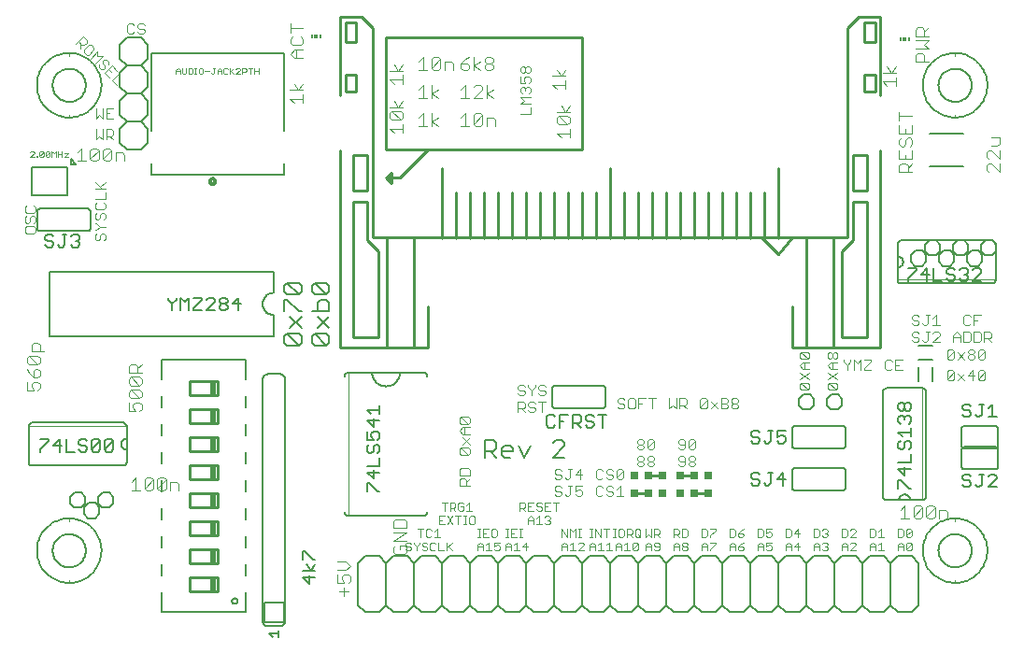
<source format=gto>
G75*
%MOIN*%
%OFA0B0*%
%FSLAX24Y24*%
%IPPOS*%
%LPD*%
%AMOC8*
5,1,8,0,0,1.08239X$1,22.5*
%
%ADD10C,0.0040*%
%ADD11C,0.0030*%
%ADD12C,0.0050*%
%ADD13R,0.0250X0.0250*%
%ADD14C,0.0100*%
%ADD15C,0.0020*%
%ADD16C,0.0060*%
%ADD17C,0.0080*%
%ADD18R,0.0059X0.0118*%
%ADD19R,0.0118X0.0118*%
D10*
X005045Y005720D02*
X005352Y005720D01*
X005198Y005720D02*
X005198Y006180D01*
X005045Y006027D01*
X005505Y006104D02*
X005505Y005797D01*
X005812Y006104D01*
X005812Y005797D01*
X005736Y005720D01*
X005582Y005720D01*
X005505Y005797D01*
X005505Y006104D02*
X005582Y006180D01*
X005736Y006180D01*
X005812Y006104D01*
X005966Y006104D02*
X005966Y005797D01*
X006273Y006104D01*
X006273Y005797D01*
X006196Y005720D01*
X006043Y005720D01*
X005966Y005797D01*
X005966Y006104D02*
X006043Y006180D01*
X006196Y006180D01*
X006273Y006104D01*
X006426Y006027D02*
X006656Y006027D01*
X006733Y005950D01*
X006733Y005720D01*
X006426Y005720D02*
X006426Y006027D01*
X005328Y008545D02*
X005405Y008622D01*
X005405Y008775D01*
X005328Y008852D01*
X005175Y008852D01*
X005098Y008775D01*
X005098Y008698D01*
X005175Y008545D01*
X004945Y008545D01*
X004945Y008852D01*
X005021Y009005D02*
X004945Y009082D01*
X004945Y009236D01*
X005021Y009312D01*
X005328Y009005D01*
X005405Y009082D01*
X005405Y009236D01*
X005328Y009312D01*
X005021Y009312D01*
X005021Y009466D02*
X004945Y009543D01*
X004945Y009696D01*
X005021Y009773D01*
X005328Y009466D01*
X005405Y009543D01*
X005405Y009696D01*
X005328Y009773D01*
X005021Y009773D01*
X004945Y009926D02*
X004945Y010156D01*
X005021Y010233D01*
X005175Y010233D01*
X005252Y010156D01*
X005252Y009926D01*
X005405Y009926D02*
X004945Y009926D01*
X005252Y010080D02*
X005405Y010233D01*
X005328Y009466D02*
X005021Y009466D01*
X005021Y009005D02*
X005328Y009005D01*
X001933Y010676D02*
X001473Y010676D01*
X001473Y010906D01*
X001550Y010983D01*
X001703Y010983D01*
X001780Y010906D01*
X001780Y010676D01*
X001703Y010523D02*
X001396Y010523D01*
X001703Y010216D01*
X001780Y010293D01*
X001780Y010446D01*
X001703Y010523D01*
X001396Y010523D02*
X001320Y010446D01*
X001320Y010293D01*
X001396Y010216D01*
X001703Y010216D01*
X001703Y010062D02*
X001627Y010062D01*
X001550Y009986D01*
X001550Y009755D01*
X001703Y009755D01*
X001780Y009832D01*
X001780Y009986D01*
X001703Y010062D01*
X001396Y009909D02*
X001550Y009755D01*
X001550Y009602D02*
X001703Y009602D01*
X001780Y009525D01*
X001780Y009372D01*
X001703Y009295D01*
X001550Y009295D02*
X001473Y009448D01*
X001473Y009525D01*
X001550Y009602D01*
X001320Y009602D02*
X001320Y009295D01*
X001550Y009295D01*
X001396Y009909D02*
X001320Y010062D01*
X012395Y003185D02*
X012702Y003185D01*
X012855Y003032D01*
X012702Y002878D01*
X012395Y002878D01*
X012395Y002725D02*
X012395Y002418D01*
X012625Y002418D01*
X012548Y002571D01*
X012548Y002648D01*
X012625Y002725D01*
X012778Y002725D01*
X012855Y002648D01*
X012855Y002495D01*
X012778Y002418D01*
X012625Y002264D02*
X012625Y001958D01*
X012778Y002111D02*
X012471Y002111D01*
X014395Y003534D02*
X014471Y003458D01*
X014778Y003458D01*
X014855Y003534D01*
X014855Y003688D01*
X014778Y003764D01*
X014625Y003764D01*
X014625Y003611D01*
X014471Y003764D02*
X014395Y003688D01*
X014395Y003534D01*
X014395Y003918D02*
X014855Y004225D01*
X014395Y004225D01*
X014395Y004378D02*
X014395Y004608D01*
X014471Y004685D01*
X014778Y004685D01*
X014855Y004608D01*
X014855Y004378D01*
X014395Y004378D01*
X014395Y003918D02*
X014855Y003918D01*
X028875Y009375D02*
X028935Y009315D01*
X029175Y009315D01*
X028935Y009555D01*
X029175Y009555D01*
X029235Y009495D01*
X029235Y009375D01*
X029175Y009315D01*
X028875Y009375D02*
X028875Y009495D01*
X028935Y009555D01*
X028875Y009683D02*
X029235Y009924D01*
X029235Y010052D02*
X028995Y010052D01*
X028875Y010172D01*
X028995Y010292D01*
X029235Y010292D01*
X029175Y010420D02*
X028935Y010420D01*
X028875Y010480D01*
X028875Y010600D01*
X028935Y010660D01*
X029175Y010420D01*
X029235Y010480D01*
X029235Y010600D01*
X029175Y010660D01*
X028935Y010660D01*
X029055Y010292D02*
X029055Y010052D01*
X028875Y009924D02*
X029235Y009683D01*
X029875Y009683D02*
X030235Y009924D01*
X030235Y010052D02*
X029995Y010052D01*
X029875Y010172D01*
X029995Y010292D01*
X030235Y010292D01*
X030175Y010420D02*
X030115Y010420D01*
X030055Y010480D01*
X030055Y010600D01*
X030115Y010660D01*
X030175Y010660D01*
X030235Y010600D01*
X030235Y010480D01*
X030175Y010420D01*
X030055Y010480D02*
X029995Y010420D01*
X029935Y010420D01*
X029875Y010480D01*
X029875Y010600D01*
X029935Y010660D01*
X029995Y010660D01*
X030055Y010600D01*
X030055Y010292D02*
X030055Y010052D01*
X029875Y009924D02*
X030235Y009683D01*
X030175Y009555D02*
X029935Y009555D01*
X030175Y009315D01*
X030235Y009375D01*
X030235Y009495D01*
X030175Y009555D01*
X030175Y009315D02*
X029935Y009315D01*
X029875Y009375D01*
X029875Y009495D01*
X029935Y009555D01*
X032636Y005180D02*
X032636Y004720D01*
X032483Y004720D02*
X032789Y004720D01*
X032943Y004797D02*
X033250Y005104D01*
X033250Y004797D01*
X033173Y004720D01*
X033020Y004720D01*
X032943Y004797D01*
X032943Y005104D01*
X033020Y005180D01*
X033173Y005180D01*
X033250Y005104D01*
X033403Y005104D02*
X033480Y005180D01*
X033633Y005180D01*
X033710Y005104D01*
X033403Y004797D01*
X033480Y004720D01*
X033633Y004720D01*
X033710Y004797D01*
X033710Y005104D01*
X033864Y005027D02*
X034094Y005027D01*
X034171Y004950D01*
X034171Y004720D01*
X033864Y004720D02*
X033864Y005027D01*
X033403Y005104D02*
X033403Y004797D01*
X032636Y005180D02*
X032483Y005027D01*
X032432Y017077D02*
X032432Y017307D01*
X032509Y017384D01*
X032662Y017384D01*
X032739Y017307D01*
X032739Y017077D01*
X032892Y017077D02*
X032432Y017077D01*
X032739Y017231D02*
X032892Y017384D01*
X032892Y017538D02*
X032432Y017538D01*
X032432Y017845D01*
X032509Y017998D02*
X032585Y017998D01*
X032662Y018075D01*
X032662Y018228D01*
X032739Y018305D01*
X032816Y018305D01*
X032892Y018228D01*
X032892Y018075D01*
X032816Y017998D01*
X032892Y017845D02*
X032892Y017538D01*
X032662Y017538D02*
X032662Y017691D01*
X032509Y017998D02*
X032432Y018075D01*
X032432Y018228D01*
X032509Y018305D01*
X032432Y018458D02*
X032892Y018458D01*
X032892Y018765D01*
X032662Y018612D02*
X032662Y018458D01*
X032432Y018458D02*
X032432Y018765D01*
X032432Y018919D02*
X032432Y019226D01*
X032432Y019072D02*
X032892Y019072D01*
X032305Y020151D02*
X032305Y020458D01*
X032305Y020611D02*
X031845Y020611D01*
X031998Y020842D02*
X032152Y020611D01*
X032305Y020842D01*
X032305Y020304D02*
X031845Y020304D01*
X031998Y020151D01*
X033020Y021014D02*
X033020Y021244D01*
X033096Y021321D01*
X033250Y021321D01*
X033327Y021244D01*
X033327Y021014D01*
X033480Y021014D02*
X033020Y021014D01*
X033020Y021474D02*
X033480Y021474D01*
X033327Y021628D01*
X033480Y021781D01*
X033020Y021781D01*
X033020Y021935D02*
X033020Y022165D01*
X033096Y022242D01*
X033250Y022242D01*
X033327Y022165D01*
X033327Y021935D01*
X033480Y021935D02*
X033020Y021935D01*
X033327Y022088D02*
X033480Y022242D01*
X035706Y018311D02*
X036012Y018311D01*
X036012Y018081D01*
X035936Y018004D01*
X035706Y018004D01*
X035706Y017850D02*
X035629Y017850D01*
X035552Y017774D01*
X035552Y017620D01*
X035629Y017543D01*
X035629Y017390D02*
X035552Y017313D01*
X035552Y017160D01*
X035629Y017083D01*
X035629Y017390D02*
X035706Y017390D01*
X036012Y017083D01*
X036012Y017390D01*
X036012Y017543D02*
X035706Y017850D01*
X036012Y017850D02*
X036012Y017543D01*
X020680Y018316D02*
X020680Y018622D01*
X020680Y018469D02*
X020220Y018469D01*
X020373Y018316D01*
X020296Y018776D02*
X020220Y018853D01*
X020220Y019006D01*
X020296Y019083D01*
X020603Y018776D01*
X020680Y018853D01*
X020680Y019006D01*
X020603Y019083D01*
X020296Y019083D01*
X020220Y019236D02*
X020680Y019236D01*
X020527Y019236D02*
X020373Y019467D01*
X020527Y019236D02*
X020680Y019467D01*
X020530Y020045D02*
X020530Y020352D01*
X020530Y020505D02*
X020070Y020505D01*
X020223Y020736D02*
X020377Y020505D01*
X020530Y020736D01*
X020530Y020198D02*
X020070Y020198D01*
X020223Y020045D01*
X020296Y018776D02*
X020603Y018776D01*
X018023Y018720D02*
X018023Y018950D01*
X017946Y019027D01*
X017716Y019027D01*
X017716Y018720D01*
X017562Y018797D02*
X017486Y018720D01*
X017332Y018720D01*
X017255Y018797D01*
X017562Y019104D01*
X017562Y018797D01*
X017255Y018797D02*
X017255Y019104D01*
X017332Y019180D01*
X017486Y019180D01*
X017562Y019104D01*
X017102Y018720D02*
X016795Y018720D01*
X016948Y018720D02*
X016948Y019180D01*
X016795Y019027D01*
X016795Y019720D02*
X017102Y019720D01*
X017255Y019720D02*
X017562Y020027D01*
X017562Y020104D01*
X017486Y020180D01*
X017332Y020180D01*
X017255Y020104D01*
X016948Y020180D02*
X016948Y019720D01*
X017255Y019720D02*
X017562Y019720D01*
X017716Y019720D02*
X017716Y020180D01*
X017946Y020027D02*
X017716Y019873D01*
X017946Y019720D01*
X016948Y020180D02*
X016795Y020027D01*
X016872Y020720D02*
X017025Y020720D01*
X017102Y020797D01*
X017102Y020873D01*
X017025Y020950D01*
X016795Y020950D01*
X016795Y020797D01*
X016872Y020720D01*
X016795Y020950D02*
X016948Y021104D01*
X017102Y021180D01*
X017255Y021180D02*
X017255Y020720D01*
X017255Y020873D02*
X017486Y021027D01*
X017639Y021027D02*
X017639Y021104D01*
X017716Y021180D01*
X017869Y021180D01*
X017946Y021104D01*
X017946Y021027D01*
X017869Y020950D01*
X017716Y020950D01*
X017639Y021027D01*
X017716Y020950D02*
X017639Y020873D01*
X017639Y020797D01*
X017716Y020720D01*
X017869Y020720D01*
X017946Y020797D01*
X017946Y020873D01*
X017869Y020950D01*
X017486Y020720D02*
X017255Y020873D01*
X016523Y020950D02*
X016523Y020720D01*
X016523Y020950D02*
X016446Y021027D01*
X016216Y021027D01*
X016216Y020720D01*
X016062Y020797D02*
X015986Y020720D01*
X015832Y020720D01*
X015755Y020797D01*
X016062Y021104D01*
X016062Y020797D01*
X015755Y020797D02*
X015755Y021104D01*
X015832Y021180D01*
X015986Y021180D01*
X016062Y021104D01*
X015602Y020720D02*
X015295Y020720D01*
X015448Y020720D02*
X015448Y021180D01*
X015295Y021027D01*
X014718Y020923D02*
X014564Y020693D01*
X014411Y020923D01*
X014257Y020693D02*
X014718Y020693D01*
X014718Y020539D02*
X014718Y020233D01*
X014718Y020386D02*
X014257Y020386D01*
X014411Y020233D01*
X014411Y019633D02*
X014564Y019403D01*
X014718Y019633D01*
X014718Y019403D02*
X014257Y019403D01*
X014334Y019250D02*
X014641Y018943D01*
X014718Y019020D01*
X014718Y019173D01*
X014641Y019250D01*
X014334Y019250D01*
X014257Y019173D01*
X014257Y019020D01*
X014334Y018943D01*
X014641Y018943D01*
X014718Y018789D02*
X014718Y018483D01*
X014718Y018636D02*
X014257Y018636D01*
X014411Y018483D01*
X015295Y018720D02*
X015602Y018720D01*
X015755Y018720D02*
X015755Y019180D01*
X015986Y019027D02*
X015755Y018873D01*
X015986Y018720D01*
X015448Y018720D02*
X015448Y019180D01*
X015295Y019027D01*
X015295Y019720D02*
X015602Y019720D01*
X015755Y019720D02*
X015755Y020180D01*
X015986Y020027D02*
X015755Y019873D01*
X015986Y019720D01*
X015448Y019720D02*
X015448Y020180D01*
X015295Y020027D01*
X011155Y020005D02*
X010695Y020005D01*
X010848Y020236D02*
X011002Y020005D01*
X011155Y020236D01*
X011155Y019852D02*
X011155Y019545D01*
X011155Y019698D02*
X010695Y019698D01*
X010848Y019545D01*
X010861Y021145D02*
X010707Y021298D01*
X010861Y021452D01*
X011168Y021452D01*
X011091Y021605D02*
X010784Y021605D01*
X010707Y021682D01*
X010707Y021836D01*
X010784Y021912D01*
X010707Y022066D02*
X010707Y022373D01*
X010707Y022219D02*
X011168Y022219D01*
X011091Y021912D02*
X011168Y021836D01*
X011168Y021682D01*
X011091Y021605D01*
X010937Y021452D02*
X010937Y021145D01*
X010861Y021145D02*
X011168Y021145D01*
X004796Y017700D02*
X004796Y017470D01*
X004796Y017700D02*
X004719Y017777D01*
X004489Y017777D01*
X004489Y017470D01*
X004335Y017547D02*
X004258Y017470D01*
X004105Y017470D01*
X004028Y017547D01*
X004335Y017854D01*
X004335Y017547D01*
X004335Y017854D02*
X004258Y017930D01*
X004105Y017930D01*
X004028Y017854D01*
X004028Y017547D01*
X003875Y017547D02*
X003798Y017470D01*
X003645Y017470D01*
X003568Y017547D01*
X003875Y017854D01*
X003875Y017547D01*
X003875Y017854D02*
X003798Y017930D01*
X003645Y017930D01*
X003568Y017854D01*
X003568Y017547D01*
X003414Y017470D02*
X003108Y017470D01*
X003261Y017470D02*
X003261Y017930D01*
X003108Y017777D01*
D11*
X003778Y018240D02*
X003902Y018363D01*
X004025Y018240D01*
X004025Y018610D01*
X004147Y018610D02*
X004147Y018240D01*
X004147Y018363D02*
X004332Y018363D01*
X004394Y018425D01*
X004394Y018549D01*
X004332Y018610D01*
X004147Y018610D01*
X004270Y018363D02*
X004394Y018240D01*
X003778Y018240D02*
X003778Y018610D01*
X003778Y018990D02*
X003902Y019113D01*
X004025Y018990D01*
X004025Y019360D01*
X004147Y019360D02*
X004147Y018990D01*
X004394Y018990D01*
X004270Y019175D02*
X004147Y019175D01*
X004147Y019360D02*
X004394Y019360D01*
X003778Y019360D02*
X003778Y018990D01*
X004527Y020178D02*
X004353Y020353D01*
X004615Y020614D01*
X004529Y020700D02*
X004354Y020875D01*
X004092Y020613D01*
X004267Y020438D01*
X004311Y020657D02*
X004223Y020744D01*
X004094Y020786D02*
X004050Y020743D01*
X003963Y020743D01*
X003876Y020830D01*
X003876Y020917D01*
X003746Y020959D02*
X004008Y021221D01*
X003833Y021221D01*
X003833Y021396D01*
X003572Y021134D01*
X003529Y021263D02*
X003704Y021438D01*
X003704Y021525D01*
X003617Y021613D01*
X003529Y021613D01*
X003355Y021438D01*
X003355Y021351D01*
X003442Y021263D01*
X003529Y021263D01*
X003225Y021480D02*
X003225Y021655D01*
X003269Y021611D02*
X003138Y021742D01*
X003051Y021655D02*
X003313Y021917D01*
X003444Y021786D01*
X003444Y021698D01*
X003356Y021611D01*
X003269Y021611D01*
X004007Y021048D02*
X004007Y020961D01*
X004094Y020873D01*
X004094Y020786D01*
X004225Y020917D02*
X004225Y021004D01*
X004138Y021092D01*
X004050Y021092D01*
X004007Y021048D01*
X004952Y022015D02*
X005075Y022015D01*
X005137Y022077D01*
X005258Y022077D02*
X005320Y022015D01*
X005443Y022015D01*
X005505Y022077D01*
X005505Y022138D01*
X005443Y022200D01*
X005320Y022200D01*
X005258Y022262D01*
X005258Y022324D01*
X005320Y022385D01*
X005443Y022385D01*
X005505Y022324D01*
X005137Y022324D02*
X005075Y022385D01*
X004952Y022385D01*
X004890Y022324D01*
X004890Y022077D01*
X004952Y022015D01*
X004110Y016728D02*
X003925Y016543D01*
X003987Y016482D02*
X003740Y016728D01*
X003740Y016482D02*
X004110Y016482D01*
X004110Y016360D02*
X004110Y016113D01*
X003740Y016113D01*
X003801Y015992D02*
X003740Y015930D01*
X003740Y015807D01*
X003801Y015745D01*
X004048Y015745D01*
X004110Y015807D01*
X004110Y015930D01*
X004048Y015992D01*
X004048Y015624D02*
X004110Y015562D01*
X004110Y015438D01*
X004048Y015377D01*
X003925Y015438D02*
X003925Y015562D01*
X003987Y015624D01*
X004048Y015624D01*
X003925Y015438D02*
X003863Y015377D01*
X003801Y015377D01*
X003740Y015438D01*
X003740Y015562D01*
X003801Y015624D01*
X003801Y015255D02*
X003740Y015255D01*
X003801Y015255D02*
X003925Y015132D01*
X004110Y015132D01*
X003925Y015132D02*
X003801Y015008D01*
X003740Y015008D01*
X003801Y014887D02*
X003740Y014825D01*
X003740Y014702D01*
X003801Y014640D01*
X003863Y014640D01*
X003925Y014702D01*
X003925Y014825D01*
X003987Y014887D01*
X004048Y014887D01*
X004110Y014825D01*
X004110Y014702D01*
X004048Y014640D01*
X001610Y014952D02*
X001610Y015075D01*
X001548Y015137D01*
X001301Y015137D01*
X001240Y015075D01*
X001240Y014952D01*
X001301Y014890D01*
X001548Y014890D01*
X001610Y014952D01*
X001548Y015258D02*
X001610Y015320D01*
X001610Y015443D01*
X001548Y015505D01*
X001487Y015505D01*
X001425Y015443D01*
X001425Y015320D01*
X001363Y015258D01*
X001301Y015258D01*
X001240Y015320D01*
X001240Y015443D01*
X001301Y015505D01*
X001301Y015627D02*
X001548Y015627D01*
X001610Y015688D01*
X001610Y015812D01*
X001548Y015874D01*
X001301Y015874D02*
X001240Y015812D01*
X001240Y015688D01*
X001301Y015627D01*
X016740Y008285D02*
X016801Y008347D01*
X017048Y008100D01*
X017110Y008162D01*
X017110Y008285D01*
X017048Y008347D01*
X016801Y008347D01*
X016740Y008285D02*
X016740Y008162D01*
X016801Y008100D01*
X017048Y008100D01*
X017110Y007978D02*
X016863Y007978D01*
X016740Y007855D01*
X016863Y007732D01*
X017110Y007732D01*
X017110Y007610D02*
X016863Y007363D01*
X016801Y007242D02*
X017048Y006995D01*
X017110Y007057D01*
X017110Y007180D01*
X017048Y007242D01*
X016801Y007242D01*
X016740Y007180D01*
X016740Y007057D01*
X016801Y006995D01*
X017048Y006995D01*
X017110Y007363D02*
X016863Y007610D01*
X016925Y007732D02*
X016925Y007978D01*
X018828Y008515D02*
X018828Y008885D01*
X019013Y008885D01*
X019074Y008824D01*
X019074Y008700D01*
X019013Y008638D01*
X018828Y008638D01*
X018951Y008638D02*
X019074Y008515D01*
X019196Y008577D02*
X019258Y008515D01*
X019381Y008515D01*
X019443Y008577D01*
X019443Y008638D01*
X019381Y008700D01*
X019258Y008700D01*
X019196Y008762D01*
X019196Y008824D01*
X019258Y008885D01*
X019381Y008885D01*
X019443Y008824D01*
X019564Y008885D02*
X019811Y008885D01*
X019688Y008885D02*
X019688Y008515D01*
X019749Y009115D02*
X019626Y009115D01*
X019564Y009177D01*
X019626Y009300D02*
X019749Y009300D01*
X019811Y009238D01*
X019811Y009177D01*
X019749Y009115D01*
X019626Y009300D02*
X019564Y009362D01*
X019564Y009424D01*
X019626Y009485D01*
X019749Y009485D01*
X019811Y009424D01*
X019443Y009424D02*
X019443Y009485D01*
X019443Y009424D02*
X019319Y009300D01*
X019319Y009115D01*
X019319Y009300D02*
X019196Y009424D01*
X019196Y009485D01*
X019074Y009424D02*
X019013Y009485D01*
X018889Y009485D01*
X018828Y009424D01*
X018828Y009362D01*
X018889Y009300D01*
X019013Y009300D01*
X019074Y009238D01*
X019074Y009177D01*
X019013Y009115D01*
X018889Y009115D01*
X018828Y009177D01*
X022390Y008949D02*
X022390Y008887D01*
X022452Y008825D01*
X022575Y008825D01*
X022637Y008763D01*
X022637Y008702D01*
X022575Y008640D01*
X022452Y008640D01*
X022390Y008702D01*
X022390Y008949D02*
X022452Y009010D01*
X022575Y009010D01*
X022637Y008949D01*
X022758Y008949D02*
X022758Y008702D01*
X022820Y008640D01*
X022943Y008640D01*
X023005Y008702D01*
X023005Y008949D01*
X022943Y009010D01*
X022820Y009010D01*
X022758Y008949D01*
X023127Y009010D02*
X023127Y008640D01*
X023127Y008825D02*
X023250Y008825D01*
X023127Y009010D02*
X023374Y009010D01*
X023495Y009010D02*
X023742Y009010D01*
X023618Y009010D02*
X023618Y008640D01*
X024232Y008640D02*
X024355Y008763D01*
X024478Y008640D01*
X024478Y009010D01*
X024600Y009010D02*
X024600Y008640D01*
X024600Y008763D02*
X024785Y008763D01*
X024847Y008825D01*
X024847Y008949D01*
X024785Y009010D01*
X024600Y009010D01*
X024723Y008763D02*
X024847Y008640D01*
X024232Y008640D02*
X024232Y009010D01*
X025337Y008949D02*
X025337Y008702D01*
X025583Y008949D01*
X025583Y008702D01*
X025522Y008640D01*
X025398Y008640D01*
X025337Y008702D01*
X025337Y008949D02*
X025398Y009010D01*
X025522Y009010D01*
X025583Y008949D01*
X025705Y008887D02*
X025952Y008640D01*
X026073Y008640D02*
X026258Y008640D01*
X026320Y008702D01*
X026320Y008763D01*
X026258Y008825D01*
X026073Y008825D01*
X025952Y008887D02*
X025705Y008640D01*
X026073Y008640D02*
X026073Y009010D01*
X026258Y009010D01*
X026320Y008949D01*
X026320Y008887D01*
X026258Y008825D01*
X026441Y008763D02*
X026503Y008825D01*
X026627Y008825D01*
X026688Y008763D01*
X026688Y008702D01*
X026627Y008640D01*
X026503Y008640D01*
X026441Y008702D01*
X026441Y008763D01*
X026503Y008825D02*
X026441Y008887D01*
X026441Y008949D01*
X026503Y009010D01*
X026627Y009010D01*
X026688Y008949D01*
X026688Y008887D01*
X026627Y008825D01*
X025166Y007486D02*
X024919Y007239D01*
X024981Y007178D01*
X025104Y007178D01*
X025166Y007239D01*
X025166Y007486D01*
X025104Y007548D01*
X024981Y007548D01*
X024919Y007486D01*
X024919Y007239D01*
X024798Y007239D02*
X024798Y007486D01*
X024736Y007548D01*
X024612Y007548D01*
X024551Y007486D01*
X024551Y007424D01*
X024612Y007363D01*
X024798Y007363D01*
X024798Y007239D02*
X024736Y007178D01*
X024612Y007178D01*
X024551Y007239D01*
X024612Y006948D02*
X024551Y006886D01*
X024551Y006824D01*
X024612Y006763D01*
X024798Y006763D01*
X024798Y006886D02*
X024736Y006948D01*
X024612Y006948D01*
X024798Y006886D02*
X024798Y006639D01*
X024736Y006578D01*
X024612Y006578D01*
X024551Y006639D01*
X024919Y006639D02*
X024919Y006701D01*
X024981Y006763D01*
X025104Y006763D01*
X025166Y006701D01*
X025166Y006639D01*
X025104Y006578D01*
X024981Y006578D01*
X024919Y006639D01*
X024981Y006763D02*
X024919Y006824D01*
X024919Y006886D01*
X024981Y006948D01*
X025104Y006948D01*
X025166Y006886D01*
X025166Y006824D01*
X025104Y006763D01*
X023693Y006824D02*
X023631Y006763D01*
X023508Y006763D01*
X023446Y006824D01*
X023446Y006886D01*
X023508Y006948D01*
X023631Y006948D01*
X023693Y006886D01*
X023693Y006824D01*
X023631Y006763D02*
X023693Y006701D01*
X023693Y006639D01*
X023631Y006578D01*
X023508Y006578D01*
X023446Y006639D01*
X023446Y006701D01*
X023508Y006763D01*
X023324Y006824D02*
X023263Y006763D01*
X023139Y006763D01*
X023078Y006824D01*
X023078Y006886D01*
X023139Y006948D01*
X023263Y006948D01*
X023324Y006886D01*
X023324Y006824D01*
X023263Y006763D02*
X023324Y006701D01*
X023324Y006639D01*
X023263Y006578D01*
X023139Y006578D01*
X023078Y006639D01*
X023078Y006701D01*
X023139Y006763D01*
X023139Y007178D02*
X023078Y007239D01*
X023078Y007301D01*
X023139Y007363D01*
X023263Y007363D01*
X023324Y007301D01*
X023324Y007239D01*
X023263Y007178D01*
X023139Y007178D01*
X023139Y007363D02*
X023078Y007424D01*
X023078Y007486D01*
X023139Y007548D01*
X023263Y007548D01*
X023324Y007486D01*
X023324Y007424D01*
X023263Y007363D01*
X023446Y007486D02*
X023446Y007239D01*
X023693Y007486D01*
X023693Y007239D01*
X023631Y007178D01*
X023508Y007178D01*
X023446Y007239D01*
X023446Y007486D02*
X023508Y007548D01*
X023631Y007548D01*
X023693Y007486D01*
X022597Y006424D02*
X022535Y006485D01*
X022412Y006485D01*
X022350Y006424D01*
X022350Y006177D01*
X022412Y006115D01*
X022535Y006115D01*
X022597Y006177D01*
X022597Y006424D01*
X022350Y006177D01*
X022228Y006177D02*
X022167Y006115D01*
X022043Y006115D01*
X021982Y006177D01*
X021860Y006177D02*
X021798Y006115D01*
X021675Y006115D01*
X021613Y006177D01*
X021613Y006424D01*
X021675Y006485D01*
X021798Y006485D01*
X021860Y006424D01*
X021982Y006424D02*
X022043Y006485D01*
X022167Y006485D01*
X022228Y006424D01*
X022167Y006300D02*
X022228Y006238D01*
X022228Y006177D01*
X022167Y006300D02*
X022043Y006300D01*
X021982Y006362D01*
X021982Y006424D01*
X022043Y005885D02*
X021982Y005824D01*
X021982Y005762D01*
X022043Y005700D01*
X022167Y005700D01*
X022228Y005638D01*
X022228Y005577D01*
X022167Y005515D01*
X022043Y005515D01*
X021982Y005577D01*
X021860Y005577D02*
X021798Y005515D01*
X021675Y005515D01*
X021613Y005577D01*
X021613Y005824D01*
X021675Y005885D01*
X021798Y005885D01*
X021860Y005824D01*
X022043Y005885D02*
X022167Y005885D01*
X022228Y005824D01*
X022350Y005762D02*
X022473Y005885D01*
X022473Y005515D01*
X022350Y005515D02*
X022597Y005515D01*
X022566Y004348D02*
X022615Y004299D01*
X022615Y004106D01*
X022566Y004058D01*
X022470Y004058D01*
X022421Y004106D01*
X022421Y004299D01*
X022470Y004348D01*
X022566Y004348D01*
X022716Y004348D02*
X022861Y004348D01*
X022909Y004299D01*
X022909Y004203D01*
X022861Y004154D01*
X022716Y004154D01*
X022716Y004058D02*
X022716Y004348D01*
X022813Y004154D02*
X022909Y004058D01*
X023011Y004106D02*
X023059Y004058D01*
X023156Y004058D01*
X023204Y004106D01*
X023204Y004299D01*
X023156Y004348D01*
X023059Y004348D01*
X023011Y004299D01*
X023011Y004106D01*
X023107Y004154D02*
X023204Y004058D01*
X023390Y004058D02*
X023487Y004154D01*
X023583Y004058D01*
X023583Y004348D01*
X023685Y004348D02*
X023830Y004348D01*
X023878Y004299D01*
X023878Y004203D01*
X023830Y004154D01*
X023685Y004154D01*
X023781Y004154D02*
X023878Y004058D01*
X023685Y004058D02*
X023685Y004348D01*
X023390Y004348D02*
X023390Y004058D01*
X023487Y003868D02*
X023390Y003771D01*
X023390Y003578D01*
X023390Y003723D02*
X023583Y003723D01*
X023583Y003771D02*
X023583Y003578D01*
X023685Y003626D02*
X023733Y003578D01*
X023830Y003578D01*
X023878Y003626D01*
X023878Y003819D01*
X023830Y003868D01*
X023733Y003868D01*
X023685Y003819D01*
X023685Y003771D01*
X023733Y003723D01*
X023878Y003723D01*
X023583Y003771D02*
X023487Y003868D01*
X023106Y003819D02*
X022912Y003626D01*
X022961Y003578D01*
X023057Y003578D01*
X023106Y003626D01*
X023106Y003819D01*
X023057Y003868D01*
X022961Y003868D01*
X022912Y003819D01*
X022912Y003626D01*
X022811Y003578D02*
X022618Y003578D01*
X022714Y003578D02*
X022714Y003868D01*
X022618Y003771D01*
X022517Y003771D02*
X022517Y003578D01*
X022517Y003723D02*
X022323Y003723D01*
X022323Y003771D02*
X022420Y003868D01*
X022517Y003771D01*
X022323Y003771D02*
X022323Y003578D01*
X022173Y003578D02*
X021979Y003578D01*
X022076Y003578D02*
X022076Y003868D01*
X021979Y003771D01*
X021878Y003578D02*
X021685Y003578D01*
X021781Y003578D02*
X021781Y003868D01*
X021685Y003771D01*
X021583Y003771D02*
X021583Y003578D01*
X021583Y003723D02*
X021390Y003723D01*
X021390Y003771D02*
X021487Y003868D01*
X021583Y003771D01*
X021390Y003771D02*
X021390Y003578D01*
X021173Y003578D02*
X020979Y003578D01*
X021173Y003771D01*
X021173Y003819D01*
X021124Y003868D01*
X021028Y003868D01*
X020979Y003819D01*
X020781Y003868D02*
X020781Y003578D01*
X020685Y003578D02*
X020878Y003578D01*
X020685Y003771D02*
X020781Y003868D01*
X020685Y004058D02*
X020685Y004348D01*
X020781Y004251D01*
X020878Y004348D01*
X020878Y004058D01*
X020979Y004058D02*
X021076Y004058D01*
X021028Y004058D02*
X021028Y004348D01*
X021076Y004348D02*
X020979Y004348D01*
X020583Y004348D02*
X020583Y004058D01*
X020390Y004348D01*
X020390Y004058D01*
X020487Y003868D02*
X020583Y003771D01*
X020583Y003578D01*
X020583Y003723D02*
X020390Y003723D01*
X020390Y003771D02*
X020487Y003868D01*
X020390Y003771D02*
X020390Y003578D01*
X021390Y004058D02*
X021487Y004058D01*
X021438Y004058D02*
X021438Y004348D01*
X021390Y004348D02*
X021487Y004348D01*
X021586Y004348D02*
X021780Y004058D01*
X021780Y004348D01*
X021881Y004348D02*
X022075Y004348D01*
X021978Y004348D02*
X021978Y004058D01*
X022225Y004058D02*
X022322Y004058D01*
X022273Y004058D02*
X022273Y004348D01*
X022225Y004348D02*
X022322Y004348D01*
X021586Y004348D02*
X021586Y004058D01*
X019981Y004563D02*
X019932Y004515D01*
X019836Y004515D01*
X019787Y004563D01*
X019686Y004515D02*
X019493Y004515D01*
X019589Y004515D02*
X019589Y004805D01*
X019493Y004708D01*
X019392Y004708D02*
X019392Y004515D01*
X019392Y004660D02*
X019198Y004660D01*
X019198Y004708D02*
X019295Y004805D01*
X019392Y004708D01*
X019198Y004708D02*
X019198Y004515D01*
X018978Y004348D02*
X018881Y004348D01*
X018929Y004348D02*
X018929Y004058D01*
X018881Y004058D02*
X018978Y004058D01*
X018780Y004058D02*
X018586Y004058D01*
X018586Y004348D01*
X018780Y004348D01*
X018683Y004203D02*
X018586Y004203D01*
X018487Y004348D02*
X018390Y004348D01*
X018438Y004348D02*
X018438Y004058D01*
X018390Y004058D02*
X018487Y004058D01*
X018487Y003868D02*
X018583Y003771D01*
X018583Y003578D01*
X018685Y003578D02*
X018878Y003578D01*
X018781Y003578D02*
X018781Y003868D01*
X018685Y003771D01*
X018583Y003723D02*
X018390Y003723D01*
X018390Y003771D02*
X018487Y003868D01*
X018390Y003771D02*
X018390Y003578D01*
X018173Y003626D02*
X018124Y003578D01*
X018028Y003578D01*
X017979Y003626D01*
X017979Y003723D02*
X018076Y003771D01*
X018124Y003771D01*
X018173Y003723D01*
X018173Y003626D01*
X017979Y003723D02*
X017979Y003868D01*
X018173Y003868D01*
X018026Y004058D02*
X018075Y004106D01*
X018075Y004299D01*
X018026Y004348D01*
X017929Y004348D01*
X017881Y004299D01*
X017881Y004106D01*
X017929Y004058D01*
X018026Y004058D01*
X017780Y004058D02*
X017586Y004058D01*
X017586Y004348D01*
X017780Y004348D01*
X017683Y004203D02*
X017586Y004203D01*
X017487Y004348D02*
X017390Y004348D01*
X017438Y004348D02*
X017438Y004058D01*
X017390Y004058D02*
X017487Y004058D01*
X017487Y003868D02*
X017583Y003771D01*
X017583Y003578D01*
X017685Y003578D02*
X017878Y003578D01*
X017781Y003578D02*
X017781Y003868D01*
X017685Y003771D01*
X017583Y003723D02*
X017390Y003723D01*
X017390Y003771D02*
X017487Y003868D01*
X017390Y003771D02*
X017390Y003578D01*
X016485Y003578D02*
X016340Y003723D01*
X016292Y003674D02*
X016485Y003868D01*
X016292Y003868D02*
X016292Y003578D01*
X016191Y003578D02*
X015997Y003578D01*
X015997Y003868D01*
X015896Y003819D02*
X015848Y003868D01*
X015751Y003868D01*
X015703Y003819D01*
X015703Y003626D01*
X015751Y003578D01*
X015848Y003578D01*
X015896Y003626D01*
X015601Y003626D02*
X015553Y003578D01*
X015456Y003578D01*
X015408Y003626D01*
X015456Y003723D02*
X015553Y003723D01*
X015601Y003674D01*
X015601Y003626D01*
X015456Y003723D02*
X015408Y003771D01*
X015408Y003819D01*
X015456Y003868D01*
X015553Y003868D01*
X015601Y003819D01*
X015604Y004058D02*
X015700Y004058D01*
X015749Y004106D01*
X015850Y004058D02*
X016043Y004058D01*
X015947Y004058D02*
X015947Y004348D01*
X015850Y004251D01*
X015749Y004299D02*
X015700Y004348D01*
X015604Y004348D01*
X015555Y004299D01*
X015555Y004106D01*
X015604Y004058D01*
X015357Y004058D02*
X015357Y004348D01*
X015261Y004348D02*
X015454Y004348D01*
X016015Y004515D02*
X016208Y004515D01*
X016310Y004515D02*
X016503Y004805D01*
X016604Y004805D02*
X016798Y004805D01*
X016701Y004805D02*
X016701Y004515D01*
X016503Y004515D02*
X016310Y004805D01*
X016208Y004805D02*
X016015Y004805D01*
X016015Y004515D01*
X016015Y004660D02*
X016112Y004660D01*
X016210Y004995D02*
X016210Y005285D01*
X016113Y005285D02*
X016307Y005285D01*
X016408Y005285D02*
X016553Y005285D01*
X016601Y005237D01*
X016601Y005140D01*
X016553Y005092D01*
X016408Y005092D01*
X016505Y005092D02*
X016601Y004995D01*
X016703Y005043D02*
X016751Y004995D01*
X016848Y004995D01*
X016896Y005043D01*
X016896Y005140D01*
X016799Y005140D01*
X016703Y005237D02*
X016703Y005043D01*
X016703Y005237D02*
X016751Y005285D01*
X016848Y005285D01*
X016896Y005237D01*
X016997Y005188D02*
X017094Y005285D01*
X017094Y004995D01*
X016997Y004995D02*
X017191Y004995D01*
X017144Y004805D02*
X017095Y004757D01*
X017095Y004563D01*
X017144Y004515D01*
X017240Y004515D01*
X017289Y004563D01*
X017289Y004757D01*
X017240Y004805D01*
X017144Y004805D01*
X016996Y004805D02*
X016899Y004805D01*
X016947Y004805D02*
X016947Y004515D01*
X016899Y004515D02*
X016996Y004515D01*
X016408Y004995D02*
X016408Y005285D01*
X016740Y005890D02*
X016740Y006075D01*
X016801Y006137D01*
X016925Y006137D01*
X016987Y006075D01*
X016987Y005890D01*
X017110Y005890D02*
X016740Y005890D01*
X016987Y006013D02*
X017110Y006137D01*
X017110Y006258D02*
X016740Y006258D01*
X016740Y006443D01*
X016801Y006505D01*
X017048Y006505D01*
X017110Y006443D01*
X017110Y006258D01*
X018903Y005285D02*
X019048Y005285D01*
X019097Y005237D01*
X019097Y005140D01*
X019048Y005092D01*
X018903Y005092D01*
X018903Y004995D02*
X018903Y005285D01*
X019000Y005092D02*
X019097Y004995D01*
X019198Y004995D02*
X019392Y004995D01*
X019493Y005043D02*
X019541Y004995D01*
X019638Y004995D01*
X019686Y005043D01*
X019686Y005092D01*
X019638Y005140D01*
X019541Y005140D01*
X019493Y005188D01*
X019493Y005237D01*
X019541Y005285D01*
X019638Y005285D01*
X019686Y005237D01*
X019787Y005285D02*
X019787Y004995D01*
X019981Y004995D01*
X019884Y005140D02*
X019787Y005140D01*
X019787Y005285D02*
X019981Y005285D01*
X020082Y005285D02*
X020275Y005285D01*
X020179Y005285D02*
X020179Y004995D01*
X019981Y004757D02*
X019981Y004708D01*
X019932Y004660D01*
X019981Y004612D01*
X019981Y004563D01*
X019932Y004660D02*
X019884Y004660D01*
X019787Y004757D02*
X019836Y004805D01*
X019932Y004805D01*
X019981Y004757D01*
X019295Y005140D02*
X019198Y005140D01*
X019198Y005285D02*
X019198Y004995D01*
X019198Y005285D02*
X019392Y005285D01*
X020140Y005577D02*
X020202Y005515D01*
X020325Y005515D01*
X020387Y005577D01*
X020387Y005638D01*
X020325Y005700D01*
X020202Y005700D01*
X020140Y005762D01*
X020140Y005824D01*
X020202Y005885D01*
X020325Y005885D01*
X020387Y005824D01*
X020632Y005885D02*
X020755Y005885D01*
X020693Y005885D02*
X020693Y005577D01*
X020632Y005515D01*
X020570Y005515D01*
X020508Y005577D01*
X020877Y005577D02*
X020938Y005515D01*
X021062Y005515D01*
X021124Y005577D01*
X021124Y005700D01*
X021062Y005762D01*
X021000Y005762D01*
X020877Y005700D01*
X020877Y005885D01*
X021124Y005885D01*
X021062Y006115D02*
X021062Y006485D01*
X020877Y006300D01*
X021124Y006300D01*
X020755Y006485D02*
X020632Y006485D01*
X020693Y006485D02*
X020693Y006177D01*
X020632Y006115D01*
X020570Y006115D01*
X020508Y006177D01*
X020387Y006177D02*
X020325Y006115D01*
X020202Y006115D01*
X020140Y006177D01*
X020202Y006300D02*
X020325Y006300D01*
X020387Y006238D01*
X020387Y006177D01*
X020202Y006300D02*
X020140Y006362D01*
X020140Y006424D01*
X020202Y006485D01*
X020325Y006485D01*
X020387Y006424D01*
X019124Y003868D02*
X018979Y003723D01*
X019173Y003723D01*
X019124Y003578D02*
X019124Y003868D01*
X015307Y003819D02*
X015307Y003868D01*
X015307Y003819D02*
X015210Y003723D01*
X015210Y003578D01*
X015210Y003723D02*
X015113Y003819D01*
X015113Y003868D01*
X015012Y003819D02*
X014964Y003868D01*
X014867Y003868D01*
X014819Y003819D01*
X014819Y003771D01*
X014867Y003723D01*
X014964Y003723D01*
X015012Y003674D01*
X015012Y003626D01*
X014964Y003578D01*
X014867Y003578D01*
X014819Y003626D01*
X024390Y003578D02*
X024390Y003771D01*
X024487Y003868D01*
X024583Y003771D01*
X024583Y003578D01*
X024685Y003626D02*
X024685Y003674D01*
X024733Y003723D01*
X024830Y003723D01*
X024878Y003674D01*
X024878Y003626D01*
X024830Y003578D01*
X024733Y003578D01*
X024685Y003626D01*
X024733Y003723D02*
X024685Y003771D01*
X024685Y003819D01*
X024733Y003868D01*
X024830Y003868D01*
X024878Y003819D01*
X024878Y003771D01*
X024830Y003723D01*
X024583Y003723D02*
X024390Y003723D01*
X024390Y004058D02*
X024390Y004348D01*
X024535Y004348D01*
X024583Y004299D01*
X024583Y004203D01*
X024535Y004154D01*
X024390Y004154D01*
X024487Y004154D02*
X024583Y004058D01*
X024685Y004058D02*
X024830Y004058D01*
X024878Y004106D01*
X024878Y004299D01*
X024830Y004348D01*
X024685Y004348D01*
X024685Y004058D01*
X025390Y004058D02*
X025390Y004348D01*
X025535Y004348D01*
X025583Y004299D01*
X025583Y004106D01*
X025535Y004058D01*
X025390Y004058D01*
X025487Y003868D02*
X025583Y003771D01*
X025583Y003578D01*
X025685Y003578D02*
X025685Y003626D01*
X025878Y003819D01*
X025878Y003868D01*
X025685Y003868D01*
X025583Y003723D02*
X025390Y003723D01*
X025390Y003771D02*
X025487Y003868D01*
X025390Y003771D02*
X025390Y003578D01*
X025685Y004058D02*
X025685Y004106D01*
X025878Y004299D01*
X025878Y004348D01*
X025685Y004348D01*
X026390Y004348D02*
X026390Y004058D01*
X026535Y004058D01*
X026583Y004106D01*
X026583Y004299D01*
X026535Y004348D01*
X026390Y004348D01*
X026685Y004203D02*
X026830Y004203D01*
X026878Y004154D01*
X026878Y004106D01*
X026830Y004058D01*
X026733Y004058D01*
X026685Y004106D01*
X026685Y004203D01*
X026781Y004299D01*
X026878Y004348D01*
X027390Y004348D02*
X027535Y004348D01*
X027583Y004299D01*
X027583Y004106D01*
X027535Y004058D01*
X027390Y004058D01*
X027390Y004348D01*
X027685Y004348D02*
X027685Y004203D01*
X027781Y004251D01*
X027830Y004251D01*
X027878Y004203D01*
X027878Y004106D01*
X027830Y004058D01*
X027733Y004058D01*
X027685Y004106D01*
X027685Y003868D02*
X027685Y003723D01*
X027781Y003771D01*
X027830Y003771D01*
X027878Y003723D01*
X027878Y003626D01*
X027830Y003578D01*
X027733Y003578D01*
X027685Y003626D01*
X027583Y003578D02*
X027583Y003771D01*
X027487Y003868D01*
X027390Y003771D01*
X027390Y003578D01*
X027390Y003723D02*
X027583Y003723D01*
X027685Y003868D02*
X027878Y003868D01*
X027878Y004348D02*
X027685Y004348D01*
X028390Y004348D02*
X028390Y004058D01*
X028535Y004058D01*
X028583Y004106D01*
X028583Y004299D01*
X028535Y004348D01*
X028390Y004348D01*
X028685Y004203D02*
X028878Y004203D01*
X028830Y004348D02*
X028685Y004203D01*
X028830Y004058D02*
X028830Y004348D01*
X029390Y004348D02*
X029535Y004348D01*
X029583Y004299D01*
X029583Y004106D01*
X029535Y004058D01*
X029390Y004058D01*
X029390Y004348D01*
X029685Y004299D02*
X029733Y004348D01*
X029830Y004348D01*
X029878Y004299D01*
X029878Y004251D01*
X029830Y004203D01*
X029878Y004154D01*
X029878Y004106D01*
X029830Y004058D01*
X029733Y004058D01*
X029685Y004106D01*
X029781Y004203D02*
X029830Y004203D01*
X029830Y003868D02*
X029733Y003868D01*
X029685Y003819D01*
X029583Y003771D02*
X029583Y003578D01*
X029685Y003626D02*
X029733Y003578D01*
X029830Y003578D01*
X029878Y003626D01*
X029878Y003674D01*
X029830Y003723D01*
X029781Y003723D01*
X029830Y003723D02*
X029878Y003771D01*
X029878Y003819D01*
X029830Y003868D01*
X029583Y003771D02*
X029487Y003868D01*
X029390Y003771D01*
X029390Y003578D01*
X029390Y003723D02*
X029583Y003723D01*
X028878Y003723D02*
X028685Y003723D01*
X028830Y003868D01*
X028830Y003578D01*
X028583Y003578D02*
X028583Y003771D01*
X028487Y003868D01*
X028390Y003771D01*
X028390Y003578D01*
X028390Y003723D02*
X028583Y003723D01*
X026878Y003674D02*
X026830Y003723D01*
X026685Y003723D01*
X026685Y003626D01*
X026733Y003578D01*
X026830Y003578D01*
X026878Y003626D01*
X026878Y003674D01*
X026781Y003819D02*
X026878Y003868D01*
X026781Y003819D02*
X026685Y003723D01*
X026583Y003723D02*
X026390Y003723D01*
X026390Y003771D02*
X026487Y003868D01*
X026583Y003771D01*
X026583Y003578D01*
X026390Y003578D02*
X026390Y003771D01*
X030390Y003771D02*
X030390Y003578D01*
X030390Y003723D02*
X030583Y003723D01*
X030583Y003771D02*
X030583Y003578D01*
X030685Y003578D02*
X030878Y003771D01*
X030878Y003819D01*
X030830Y003868D01*
X030733Y003868D01*
X030685Y003819D01*
X030583Y003771D02*
X030487Y003868D01*
X030390Y003771D01*
X030390Y004058D02*
X030535Y004058D01*
X030583Y004106D01*
X030583Y004299D01*
X030535Y004348D01*
X030390Y004348D01*
X030390Y004058D01*
X030685Y004058D02*
X030878Y004251D01*
X030878Y004299D01*
X030830Y004348D01*
X030733Y004348D01*
X030685Y004299D01*
X030685Y004058D02*
X030878Y004058D01*
X030878Y003578D02*
X030685Y003578D01*
X031390Y003578D02*
X031390Y003771D01*
X031487Y003868D01*
X031583Y003771D01*
X031583Y003578D01*
X031685Y003578D02*
X031878Y003578D01*
X031781Y003578D02*
X031781Y003868D01*
X031685Y003771D01*
X031583Y003723D02*
X031390Y003723D01*
X031390Y004058D02*
X031535Y004058D01*
X031583Y004106D01*
X031583Y004299D01*
X031535Y004348D01*
X031390Y004348D01*
X031390Y004058D01*
X031685Y004058D02*
X031878Y004058D01*
X031781Y004058D02*
X031781Y004348D01*
X031685Y004251D01*
X032390Y004348D02*
X032390Y004058D01*
X032535Y004058D01*
X032583Y004106D01*
X032583Y004299D01*
X032535Y004348D01*
X032390Y004348D01*
X032685Y004299D02*
X032733Y004348D01*
X032830Y004348D01*
X032878Y004299D01*
X032685Y004106D01*
X032733Y004058D01*
X032830Y004058D01*
X032878Y004106D01*
X032878Y004299D01*
X032685Y004299D02*
X032685Y004106D01*
X032733Y003868D02*
X032830Y003868D01*
X032878Y003819D01*
X032685Y003626D01*
X032733Y003578D01*
X032830Y003578D01*
X032878Y003626D01*
X032878Y003819D01*
X032733Y003868D02*
X032685Y003819D01*
X032685Y003626D01*
X032583Y003578D02*
X032583Y003771D01*
X032487Y003868D01*
X032390Y003771D01*
X032390Y003578D01*
X032390Y003723D02*
X032583Y003723D01*
X034202Y009640D02*
X034140Y009702D01*
X034387Y009949D01*
X034387Y009702D01*
X034325Y009640D01*
X034202Y009640D01*
X034140Y009702D02*
X034140Y009949D01*
X034202Y010010D01*
X034325Y010010D01*
X034387Y009949D01*
X034508Y009887D02*
X034755Y009640D01*
X034877Y009825D02*
X035124Y009825D01*
X035245Y009702D02*
X035492Y009949D01*
X035492Y009702D01*
X035430Y009640D01*
X035307Y009640D01*
X035245Y009702D01*
X035245Y009949D01*
X035307Y010010D01*
X035430Y010010D01*
X035492Y009949D01*
X035062Y010010D02*
X035062Y009640D01*
X034877Y009825D02*
X035062Y010010D01*
X034755Y009887D02*
X034508Y009640D01*
X034508Y010390D02*
X034755Y010637D01*
X034877Y010637D02*
X034877Y010699D01*
X034938Y010760D01*
X035062Y010760D01*
X035124Y010699D01*
X035124Y010637D01*
X035062Y010575D01*
X034938Y010575D01*
X034877Y010637D01*
X034938Y010575D02*
X034877Y010513D01*
X034877Y010452D01*
X034938Y010390D01*
X035062Y010390D01*
X035124Y010452D01*
X035124Y010513D01*
X035062Y010575D01*
X035245Y010452D02*
X035245Y010699D01*
X035307Y010760D01*
X035430Y010760D01*
X035492Y010699D01*
X035245Y010452D01*
X035307Y010390D01*
X035430Y010390D01*
X035492Y010452D01*
X035492Y010699D01*
X035468Y011015D02*
X035468Y011385D01*
X035653Y011385D01*
X035715Y011324D01*
X035715Y011200D01*
X035653Y011138D01*
X035468Y011138D01*
X035592Y011138D02*
X035715Y011015D01*
X035347Y011077D02*
X035347Y011324D01*
X035285Y011385D01*
X035100Y011385D01*
X035100Y011015D01*
X035285Y011015D01*
X035347Y011077D01*
X034978Y011077D02*
X034917Y011015D01*
X034732Y011015D01*
X034732Y011385D01*
X034917Y011385D01*
X034978Y011324D01*
X034978Y011077D01*
X034610Y011015D02*
X034610Y011262D01*
X034487Y011385D01*
X034363Y011262D01*
X034363Y011015D01*
X034363Y011200D02*
X034610Y011200D01*
X034793Y011615D02*
X034917Y011615D01*
X034978Y011677D01*
X035100Y011615D02*
X035100Y011985D01*
X035347Y011985D01*
X035223Y011800D02*
X035100Y011800D01*
X034978Y011924D02*
X034917Y011985D01*
X034793Y011985D01*
X034732Y011924D01*
X034732Y011677D01*
X034793Y011615D01*
X033874Y011615D02*
X033627Y011615D01*
X033750Y011615D02*
X033750Y011985D01*
X033627Y011862D01*
X033505Y011985D02*
X033382Y011985D01*
X033443Y011985D02*
X033443Y011677D01*
X033382Y011615D01*
X033320Y011615D01*
X033258Y011677D01*
X033137Y011677D02*
X033075Y011615D01*
X032952Y011615D01*
X032890Y011677D01*
X032952Y011800D02*
X033075Y011800D01*
X033137Y011738D01*
X033137Y011677D01*
X032952Y011800D02*
X032890Y011862D01*
X032890Y011924D01*
X032952Y011985D01*
X033075Y011985D01*
X033137Y011924D01*
X033075Y011385D02*
X032952Y011385D01*
X032890Y011324D01*
X032890Y011262D01*
X032952Y011200D01*
X033075Y011200D01*
X033137Y011138D01*
X033137Y011077D01*
X033075Y011015D01*
X032952Y011015D01*
X032890Y011077D01*
X033137Y011324D02*
X033075Y011385D01*
X033382Y011385D02*
X033505Y011385D01*
X033443Y011385D02*
X033443Y011077D01*
X033382Y011015D01*
X033320Y011015D01*
X033258Y011077D01*
X033627Y011015D02*
X033874Y011262D01*
X033874Y011324D01*
X033812Y011385D01*
X033688Y011385D01*
X033627Y011324D01*
X033627Y011015D02*
X033874Y011015D01*
X034140Y010699D02*
X034202Y010760D01*
X034325Y010760D01*
X034387Y010699D01*
X034140Y010452D01*
X034202Y010390D01*
X034325Y010390D01*
X034387Y010452D01*
X034387Y010699D01*
X034508Y010637D02*
X034755Y010390D01*
X034140Y010452D02*
X034140Y010699D01*
X032541Y010385D02*
X032294Y010385D01*
X032294Y010015D01*
X032541Y010015D01*
X032418Y010200D02*
X032294Y010200D01*
X032173Y010077D02*
X032111Y010015D01*
X031987Y010015D01*
X031926Y010077D01*
X031926Y010324D01*
X031987Y010385D01*
X032111Y010385D01*
X032173Y010324D01*
X031436Y010324D02*
X031189Y010077D01*
X031189Y010015D01*
X031436Y010015D01*
X031068Y010015D02*
X031068Y010385D01*
X030944Y010262D01*
X030821Y010385D01*
X030821Y010015D01*
X030576Y010015D02*
X030576Y010200D01*
X030699Y010324D01*
X030699Y010385D01*
X030576Y010200D02*
X030453Y010324D01*
X030453Y010385D01*
X031189Y010385D02*
X031436Y010385D01*
X031436Y010324D01*
X019285Y019140D02*
X018915Y019140D01*
X019285Y019140D02*
X019285Y019387D01*
X019285Y019508D02*
X018915Y019508D01*
X019038Y019632D01*
X018915Y019755D01*
X019285Y019755D01*
X019223Y019877D02*
X019285Y019938D01*
X019285Y020062D01*
X019223Y020124D01*
X019162Y020124D01*
X019100Y020062D01*
X019100Y020000D01*
X019100Y020062D02*
X019038Y020124D01*
X018976Y020124D01*
X018915Y020062D01*
X018915Y019938D01*
X018976Y019877D01*
X018915Y020245D02*
X019100Y020245D01*
X019038Y020368D01*
X019038Y020430D01*
X019100Y020492D01*
X019223Y020492D01*
X019285Y020430D01*
X019285Y020307D01*
X019223Y020245D01*
X018915Y020245D02*
X018915Y020492D01*
X018976Y020613D02*
X019038Y020613D01*
X019100Y020675D01*
X019100Y020798D01*
X019162Y020860D01*
X019223Y020860D01*
X019285Y020798D01*
X019285Y020675D01*
X019223Y020613D01*
X019162Y020613D01*
X019100Y020675D01*
X019100Y020798D02*
X019038Y020860D01*
X018976Y020860D01*
X018915Y020798D01*
X018915Y020675D01*
X018976Y020613D01*
D12*
X007875Y016750D02*
X007877Y016765D01*
X007882Y016779D01*
X007891Y016792D01*
X007902Y016802D01*
X007916Y016809D01*
X007930Y016813D01*
X007946Y016813D01*
X007960Y016809D01*
X007974Y016802D01*
X007985Y016792D01*
X007994Y016779D01*
X007999Y016765D01*
X008001Y016750D01*
X007999Y016735D01*
X007994Y016721D01*
X007985Y016708D01*
X007974Y016698D01*
X007960Y016691D01*
X007946Y016687D01*
X007930Y016687D01*
X007916Y016691D01*
X007902Y016698D01*
X007891Y016708D01*
X007882Y016721D01*
X007877Y016735D01*
X007875Y016750D01*
X007813Y016750D02*
X007815Y016772D01*
X007821Y016793D01*
X007830Y016812D01*
X007842Y016830D01*
X007858Y016846D01*
X007875Y016858D01*
X007895Y016867D01*
X007916Y016873D01*
X007938Y016875D01*
X007960Y016873D01*
X007981Y016867D01*
X008000Y016858D01*
X008018Y016846D01*
X008034Y016830D01*
X008046Y016812D01*
X008055Y016793D01*
X008061Y016772D01*
X008063Y016750D01*
X008061Y016728D01*
X008055Y016707D01*
X008046Y016688D01*
X008034Y016670D01*
X008018Y016654D01*
X008001Y016642D01*
X007981Y016633D01*
X007960Y016627D01*
X007938Y016625D01*
X007916Y016627D01*
X007895Y016633D01*
X007875Y016642D01*
X007858Y016654D01*
X007842Y016670D01*
X007830Y016687D01*
X007821Y016707D01*
X007815Y016728D01*
X007813Y016750D01*
X003070Y017341D02*
X002873Y017341D01*
X002873Y017537D01*
X003070Y017341D01*
X002755Y017242D02*
X002755Y016258D01*
X001495Y016258D01*
X001495Y017242D01*
X002755Y017242D01*
X002729Y014850D02*
X002579Y014850D01*
X002654Y014850D02*
X002654Y014475D01*
X002579Y014400D01*
X002504Y014400D01*
X002429Y014475D01*
X002269Y014475D02*
X002194Y014400D01*
X002044Y014400D01*
X001969Y014475D01*
X002044Y014625D02*
X002194Y014625D01*
X002269Y014550D01*
X002269Y014475D01*
X002044Y014625D02*
X001969Y014700D01*
X001969Y014775D01*
X002044Y014850D01*
X002194Y014850D01*
X002269Y014775D01*
X002890Y014775D02*
X002965Y014850D01*
X003115Y014850D01*
X003190Y014775D01*
X003190Y014700D01*
X003115Y014625D01*
X003190Y014550D01*
X003190Y014475D01*
X003115Y014400D01*
X002965Y014400D01*
X002890Y014475D01*
X003040Y014625D02*
X003115Y014625D01*
X006338Y012600D02*
X006338Y012525D01*
X006488Y012375D01*
X006488Y012150D01*
X006488Y012375D02*
X006638Y012525D01*
X006638Y012600D01*
X006798Y012600D02*
X006948Y012450D01*
X007098Y012600D01*
X007098Y012150D01*
X007258Y012150D02*
X007559Y012150D01*
X007719Y012150D02*
X008019Y012450D01*
X008019Y012525D01*
X007944Y012600D01*
X007794Y012600D01*
X007719Y012525D01*
X007559Y012525D02*
X007258Y012225D01*
X007258Y012150D01*
X006798Y012150D02*
X006798Y012600D01*
X007258Y012600D02*
X007559Y012600D01*
X007559Y012525D01*
X008179Y012525D02*
X008179Y012450D01*
X008254Y012375D01*
X008404Y012375D01*
X008479Y012300D01*
X008479Y012225D01*
X008404Y012150D01*
X008254Y012150D01*
X008179Y012225D01*
X008179Y012300D01*
X008254Y012375D01*
X008404Y012375D02*
X008479Y012450D01*
X008479Y012525D01*
X008404Y012600D01*
X008254Y012600D01*
X008179Y012525D01*
X008019Y012150D02*
X007719Y012150D01*
X008640Y012375D02*
X008940Y012375D01*
X008865Y012150D02*
X008865Y012600D01*
X008640Y012375D01*
X010499Y012522D02*
X010499Y012115D01*
X010703Y011915D02*
X011110Y011508D01*
X011008Y011307D02*
X011110Y011205D01*
X011110Y011002D01*
X011008Y010900D01*
X010601Y011307D01*
X011008Y011307D01*
X010703Y011508D02*
X011110Y011915D01*
X011110Y012115D02*
X011008Y012115D01*
X010601Y012522D01*
X010499Y012522D01*
X010601Y012723D02*
X010499Y012825D01*
X010499Y013028D01*
X010601Y013130D01*
X011008Y012723D01*
X011110Y012825D01*
X011110Y013028D01*
X011008Y013130D01*
X010601Y013130D01*
X010601Y012723D02*
X011008Y012723D01*
X011489Y012825D02*
X011489Y013028D01*
X011591Y013130D01*
X011998Y012723D01*
X012100Y012825D01*
X012100Y013028D01*
X011998Y013130D01*
X011591Y013130D01*
X011489Y012825D02*
X011591Y012723D01*
X011998Y012723D01*
X011998Y012522D02*
X011795Y012522D01*
X011693Y012421D01*
X011693Y012115D01*
X011693Y011915D02*
X012100Y011508D01*
X011998Y011307D02*
X012100Y011205D01*
X012100Y011002D01*
X011998Y010900D01*
X011591Y011307D01*
X011998Y011307D01*
X011693Y011508D02*
X012100Y011915D01*
X012100Y012115D02*
X012100Y012421D01*
X011998Y012522D01*
X012100Y012115D02*
X011489Y012115D01*
X011591Y011307D02*
X011489Y011205D01*
X011489Y011002D01*
X011591Y010900D01*
X011998Y010900D01*
X011008Y010900D02*
X010601Y010900D01*
X010499Y011002D01*
X010499Y011205D01*
X010601Y011307D01*
X013900Y008740D02*
X013900Y008440D01*
X013900Y008590D02*
X013450Y008590D01*
X013600Y008440D01*
X013675Y008279D02*
X013675Y007979D01*
X013450Y008204D01*
X013900Y008204D01*
X013825Y007819D02*
X013675Y007819D01*
X013600Y007744D01*
X013600Y007669D01*
X013675Y007519D01*
X013450Y007519D01*
X013450Y007819D01*
X013825Y007819D02*
X013900Y007744D01*
X013900Y007594D01*
X013825Y007519D01*
X013825Y007359D02*
X013750Y007359D01*
X013675Y007284D01*
X013675Y007133D01*
X013600Y007058D01*
X013525Y007058D01*
X013450Y007133D01*
X013450Y007284D01*
X013525Y007359D01*
X013825Y007359D02*
X013900Y007284D01*
X013900Y007133D01*
X013825Y007058D01*
X013900Y006898D02*
X013900Y006598D01*
X013450Y006598D01*
X013450Y006363D02*
X013675Y006138D01*
X013675Y006438D01*
X013900Y006363D02*
X013450Y006363D01*
X013450Y005978D02*
X013525Y005978D01*
X013825Y005677D01*
X013900Y005677D01*
X013450Y005677D02*
X013450Y005978D01*
X011225Y003544D02*
X011150Y003544D01*
X011150Y003244D01*
X011300Y003086D02*
X011450Y002860D01*
X011600Y003086D01*
X011600Y003244D02*
X011525Y003244D01*
X011225Y003544D01*
X011150Y002860D02*
X011600Y002860D01*
X011600Y002625D02*
X011150Y002625D01*
X011375Y002400D01*
X011375Y002700D01*
X010300Y000727D02*
X010300Y000500D01*
X010300Y000613D02*
X009960Y000613D01*
X010073Y000500D01*
X017650Y006900D02*
X017650Y007511D01*
X017955Y007511D01*
X018057Y007409D01*
X018057Y007205D01*
X017955Y007104D01*
X017650Y007104D01*
X017854Y007104D02*
X018057Y006900D01*
X018258Y007002D02*
X018258Y007205D01*
X018359Y007307D01*
X018563Y007307D01*
X018665Y007205D01*
X018665Y007104D01*
X018258Y007104D01*
X018258Y007002D02*
X018359Y006900D01*
X018563Y006900D01*
X018865Y007307D02*
X019069Y006900D01*
X019272Y007307D01*
X020081Y007409D02*
X020183Y007511D01*
X020386Y007511D01*
X020488Y007409D01*
X020488Y007307D01*
X020081Y006900D01*
X020488Y006900D01*
X020321Y007963D02*
X020321Y008413D01*
X020621Y008413D01*
X020781Y008413D02*
X021007Y008413D01*
X021082Y008338D01*
X021082Y008188D01*
X021007Y008113D01*
X020781Y008113D01*
X020931Y008113D02*
X021082Y007963D01*
X021242Y008038D02*
X021317Y007963D01*
X021467Y007963D01*
X021542Y008038D01*
X021542Y008113D01*
X021467Y008188D01*
X021317Y008188D01*
X021242Y008263D01*
X021242Y008338D01*
X021317Y008413D01*
X021467Y008413D01*
X021542Y008338D01*
X021702Y008413D02*
X022002Y008413D01*
X021852Y008413D02*
X021852Y007963D01*
X020781Y007963D02*
X020781Y008413D01*
X020471Y008188D02*
X020321Y008188D01*
X020161Y008338D02*
X020086Y008413D01*
X019936Y008413D01*
X019861Y008338D01*
X019861Y008038D01*
X019936Y007963D01*
X020086Y007963D01*
X020161Y008038D01*
X027156Y007775D02*
X027156Y007700D01*
X027231Y007625D01*
X027382Y007625D01*
X027457Y007550D01*
X027457Y007475D01*
X027382Y007400D01*
X027231Y007400D01*
X027156Y007475D01*
X027156Y007775D02*
X027231Y007850D01*
X027382Y007850D01*
X027457Y007775D01*
X027767Y007850D02*
X027917Y007850D01*
X027842Y007850D02*
X027842Y007475D01*
X027767Y007400D01*
X027692Y007400D01*
X027617Y007475D01*
X028077Y007475D02*
X028152Y007400D01*
X028302Y007400D01*
X028377Y007475D01*
X028377Y007625D01*
X028302Y007700D01*
X028227Y007700D01*
X028077Y007625D01*
X028077Y007850D01*
X028377Y007850D01*
X028302Y006350D02*
X028077Y006125D01*
X028377Y006125D01*
X028302Y005900D02*
X028302Y006350D01*
X027917Y006350D02*
X027767Y006350D01*
X027842Y006350D02*
X027842Y005975D01*
X027767Y005900D01*
X027692Y005900D01*
X027617Y005975D01*
X027457Y005975D02*
X027457Y006050D01*
X027382Y006125D01*
X027231Y006125D01*
X027156Y006200D01*
X027156Y006275D01*
X027231Y006350D01*
X027382Y006350D01*
X027457Y006275D01*
X027457Y005975D02*
X027382Y005900D01*
X027231Y005900D01*
X027156Y005975D01*
X032400Y006100D02*
X032400Y005800D01*
X032400Y006100D02*
X032475Y006100D01*
X032775Y005800D01*
X032850Y005800D01*
X032625Y006260D02*
X032625Y006561D01*
X032850Y006486D02*
X032400Y006486D01*
X032625Y006260D01*
X032400Y006721D02*
X032850Y006721D01*
X032850Y007021D01*
X032775Y007181D02*
X032850Y007256D01*
X032850Y007406D01*
X032775Y007481D01*
X032700Y007481D01*
X032625Y007406D01*
X032625Y007256D01*
X032550Y007181D01*
X032475Y007181D01*
X032400Y007256D01*
X032400Y007406D01*
X032475Y007481D01*
X032550Y007642D02*
X032400Y007792D01*
X032850Y007792D01*
X032850Y007642D02*
X032850Y007942D01*
X032775Y008102D02*
X032850Y008177D01*
X032850Y008327D01*
X032775Y008402D01*
X032700Y008402D01*
X032625Y008327D01*
X032625Y008252D01*
X032625Y008327D02*
X032550Y008402D01*
X032475Y008402D01*
X032400Y008327D01*
X032400Y008177D01*
X032475Y008102D01*
X032475Y008562D02*
X032400Y008637D01*
X032400Y008788D01*
X032475Y008863D01*
X032550Y008863D01*
X032625Y008788D01*
X032625Y008637D01*
X032550Y008562D01*
X032475Y008562D01*
X032625Y008637D02*
X032700Y008562D01*
X032775Y008562D01*
X032850Y008637D01*
X032850Y008788D01*
X032775Y008863D01*
X032700Y008863D01*
X032625Y008788D01*
X033125Y009625D02*
X033125Y010125D01*
X033125Y010375D02*
X033625Y010375D01*
X033625Y010125D02*
X033625Y009625D01*
X034688Y008725D02*
X034688Y008650D01*
X034763Y008575D01*
X034913Y008575D01*
X034988Y008500D01*
X034988Y008425D01*
X034913Y008350D01*
X034763Y008350D01*
X034688Y008425D01*
X034688Y008725D02*
X034763Y008800D01*
X034913Y008800D01*
X034988Y008725D01*
X035298Y008800D02*
X035448Y008800D01*
X035373Y008800D02*
X035373Y008425D01*
X035298Y008350D01*
X035223Y008350D01*
X035148Y008425D01*
X035608Y008350D02*
X035909Y008350D01*
X035758Y008350D02*
X035758Y008800D01*
X035608Y008650D01*
X033625Y010875D02*
X033125Y010875D01*
X033436Y013200D02*
X033436Y013650D01*
X033210Y013425D01*
X033511Y013425D01*
X033671Y013650D02*
X033671Y013200D01*
X033971Y013200D01*
X034131Y013275D02*
X034206Y013200D01*
X034356Y013200D01*
X034431Y013275D01*
X034431Y013350D01*
X034356Y013425D01*
X034206Y013425D01*
X034131Y013500D01*
X034131Y013575D01*
X034206Y013650D01*
X034356Y013650D01*
X034431Y013575D01*
X034592Y013575D02*
X034667Y013650D01*
X034817Y013650D01*
X034892Y013575D01*
X034892Y013500D01*
X034817Y013425D01*
X034892Y013350D01*
X034892Y013275D01*
X034817Y013200D01*
X034667Y013200D01*
X034592Y013275D01*
X034742Y013425D02*
X034817Y013425D01*
X035052Y013575D02*
X035127Y013650D01*
X035277Y013650D01*
X035352Y013575D01*
X035352Y013500D01*
X035052Y013200D01*
X035352Y013200D01*
X033050Y013575D02*
X032750Y013275D01*
X032750Y013200D01*
X032750Y013650D02*
X033050Y013650D01*
X033050Y013575D01*
X033534Y017284D02*
X034716Y017284D01*
X034716Y018466D02*
X033534Y018466D01*
X034763Y006300D02*
X034688Y006225D01*
X034688Y006150D01*
X034763Y006075D01*
X034913Y006075D01*
X034988Y006000D01*
X034988Y005925D01*
X034913Y005850D01*
X034763Y005850D01*
X034688Y005925D01*
X034988Y006225D02*
X034913Y006300D01*
X034763Y006300D01*
X035298Y006300D02*
X035448Y006300D01*
X035373Y006300D02*
X035373Y005925D01*
X035298Y005850D01*
X035223Y005850D01*
X035148Y005925D01*
X035608Y005850D02*
X035909Y006150D01*
X035909Y006225D01*
X035833Y006300D01*
X035683Y006300D01*
X035608Y006225D01*
X035608Y005850D02*
X035909Y005850D01*
X004390Y007175D02*
X004315Y007100D01*
X004165Y007100D01*
X004090Y007175D01*
X004390Y007475D01*
X004390Y007175D01*
X004090Y007175D02*
X004090Y007475D01*
X004165Y007550D01*
X004315Y007550D01*
X004390Y007475D01*
X003929Y007475D02*
X003629Y007175D01*
X003704Y007100D01*
X003854Y007100D01*
X003929Y007175D01*
X003929Y007475D01*
X003854Y007550D01*
X003704Y007550D01*
X003629Y007475D01*
X003629Y007175D01*
X003469Y007175D02*
X003394Y007100D01*
X003244Y007100D01*
X003169Y007175D01*
X003244Y007325D02*
X003394Y007325D01*
X003469Y007250D01*
X003469Y007175D01*
X003244Y007325D02*
X003169Y007400D01*
X003169Y007475D01*
X003244Y007550D01*
X003394Y007550D01*
X003469Y007475D01*
X003009Y007100D02*
X002708Y007100D01*
X002708Y007550D01*
X002473Y007550D02*
X002248Y007325D01*
X002548Y007325D01*
X002473Y007100D02*
X002473Y007550D01*
X002088Y007550D02*
X002088Y007475D01*
X001788Y007175D01*
X001788Y007100D01*
X001788Y007550D02*
X002088Y007550D01*
D13*
X023000Y006250D03*
X023500Y006250D03*
X024000Y006250D03*
X024625Y006250D03*
X025125Y006250D03*
X025625Y006250D03*
X025625Y005625D03*
X025125Y005625D03*
X024625Y005625D03*
X024000Y005625D03*
X023500Y005625D03*
X023000Y005625D03*
D14*
X023500Y005625D01*
X023500Y006250D02*
X024000Y006250D01*
X024625Y006250D02*
X025125Y006250D01*
X025125Y005625D02*
X025625Y005625D01*
X028621Y010804D02*
X028621Y012281D01*
X030393Y011198D02*
X031279Y011198D01*
X031279Y016021D01*
X030786Y016021D01*
X030786Y014643D01*
X030393Y014249D01*
X030393Y011198D01*
X030097Y010804D02*
X030097Y014741D01*
X030590Y014741D01*
X030590Y022221D01*
X030983Y022615D01*
X031771Y022615D01*
X031771Y019804D01*
X031574Y019958D02*
X031574Y020548D01*
X031180Y020548D01*
X031180Y019958D01*
X031574Y019958D01*
X031574Y021729D02*
X031180Y021729D01*
X031180Y022418D01*
X031574Y022418D01*
X031574Y021729D01*
X031771Y017865D02*
X031771Y010804D01*
X030097Y010804D01*
X029113Y010804D01*
X029113Y014741D01*
X030097Y014741D01*
X029113Y014741D02*
X015137Y014741D01*
X015137Y010804D01*
X014153Y010804D01*
X014153Y014741D01*
X015137Y014741D01*
X014153Y014741D02*
X013660Y014741D01*
X013660Y022221D01*
X013267Y022615D01*
X012479Y022615D01*
X012479Y019804D01*
X012676Y019958D02*
X012676Y020548D01*
X013070Y020548D01*
X013070Y019958D01*
X012676Y019958D01*
X012676Y021729D02*
X012676Y022418D01*
X013070Y022418D01*
X013070Y021729D01*
X012676Y021729D01*
X014125Y021875D02*
X014125Y017875D01*
X015625Y017875D01*
X014625Y016875D01*
X014125Y016875D01*
X014313Y016688D01*
X014313Y017063D01*
X014125Y016875D01*
X013464Y016414D02*
X013464Y017694D01*
X012971Y017694D01*
X012971Y016414D01*
X013464Y016414D01*
X013464Y016021D02*
X012971Y016021D01*
X012971Y011198D01*
X013857Y011198D01*
X013857Y014249D01*
X013464Y014643D01*
X013464Y016021D01*
X016125Y017231D02*
X016125Y014731D01*
X016625Y014731D02*
X016625Y016356D01*
X017125Y016356D02*
X017125Y014731D01*
X017625Y014731D02*
X017625Y016356D01*
X018125Y016356D02*
X018125Y014731D01*
X018625Y014731D02*
X018625Y016356D01*
X019125Y016356D02*
X019125Y014731D01*
X019625Y014731D02*
X019625Y016356D01*
X020125Y016356D02*
X020125Y014731D01*
X020625Y014731D02*
X020625Y016356D01*
X021125Y016356D02*
X021125Y014731D01*
X021625Y014731D02*
X021625Y016356D01*
X022625Y016356D02*
X022625Y014731D01*
X022125Y014731D02*
X022125Y017231D01*
X021125Y017875D02*
X021125Y021875D01*
X014125Y021875D01*
X015625Y017875D02*
X021125Y017875D01*
X023125Y016356D02*
X023125Y014731D01*
X023625Y014731D02*
X023625Y016356D01*
X024125Y016356D02*
X024125Y014731D01*
X024625Y014731D02*
X024625Y016356D01*
X025125Y016356D02*
X025125Y014731D01*
X025625Y014731D02*
X025625Y016356D01*
X026125Y016356D02*
X026125Y014731D01*
X026625Y014731D02*
X026625Y016356D01*
X027125Y016356D02*
X027125Y014731D01*
X027527Y014750D02*
X028125Y014152D01*
X028625Y014750D01*
X028125Y014731D02*
X028125Y017231D01*
X027625Y016356D02*
X027625Y014731D01*
X030786Y016414D02*
X030786Y017694D01*
X031279Y017694D01*
X031279Y016414D01*
X030786Y016414D01*
X029113Y010804D02*
X028621Y010804D01*
X015629Y010804D02*
X015137Y010804D01*
X015629Y010804D02*
X015629Y012281D01*
X014153Y010804D02*
X012479Y010804D01*
X012479Y017865D01*
X008125Y009625D02*
X007995Y009625D01*
X007875Y009625D01*
X007125Y009625D01*
X007125Y009125D01*
X007875Y009125D01*
X007995Y009125D01*
X008125Y009125D01*
X008125Y009625D01*
X007995Y009625D02*
X007995Y009125D01*
X007875Y009125D02*
X007875Y009625D01*
X007875Y008625D02*
X007125Y008625D01*
X007125Y008125D01*
X007875Y008125D01*
X007995Y008125D01*
X008125Y008125D01*
X008125Y008625D01*
X007995Y008625D01*
X007875Y008625D01*
X007875Y008125D01*
X007995Y008125D02*
X007995Y008625D01*
X007995Y007625D02*
X007875Y007625D01*
X007125Y007625D01*
X007125Y007125D01*
X007875Y007125D01*
X007995Y007125D01*
X008125Y007125D01*
X008125Y007625D01*
X007995Y007625D01*
X007995Y007125D01*
X007875Y007125D02*
X007875Y007625D01*
X007875Y006625D02*
X007125Y006625D01*
X007125Y006125D01*
X007875Y006125D01*
X007995Y006125D01*
X008125Y006125D01*
X008125Y006625D01*
X007995Y006625D01*
X007875Y006625D01*
X007875Y006125D01*
X007995Y006125D02*
X007995Y006625D01*
X007995Y005625D02*
X007875Y005625D01*
X007125Y005625D01*
X007125Y005125D01*
X007875Y005125D01*
X007995Y005125D01*
X008125Y005125D01*
X008125Y005625D01*
X007995Y005625D01*
X007995Y005125D01*
X007875Y005125D02*
X007875Y005625D01*
X007875Y004625D02*
X007125Y004625D01*
X007125Y004125D01*
X007875Y004125D01*
X007995Y004125D01*
X008125Y004125D01*
X008125Y004625D01*
X007995Y004625D01*
X007875Y004625D01*
X007875Y004125D01*
X007995Y004125D02*
X007995Y004625D01*
X007995Y003625D02*
X007875Y003625D01*
X007125Y003625D01*
X007125Y003125D01*
X007875Y003125D01*
X007995Y003125D01*
X008125Y003125D01*
X008125Y003625D01*
X007995Y003625D01*
X007995Y003125D01*
X007875Y003125D02*
X007875Y003625D01*
X007875Y002625D02*
X007125Y002625D01*
X007125Y002125D01*
X007875Y002125D01*
X007995Y002125D01*
X008125Y002125D01*
X008125Y002625D01*
X007995Y002625D01*
X007875Y002625D01*
X007875Y002125D01*
X007995Y002125D02*
X007995Y002625D01*
D15*
X002822Y002522D02*
X002822Y002422D01*
X002822Y004622D02*
X002822Y004722D01*
X001375Y008005D02*
X004875Y008005D01*
X012795Y009925D02*
X012795Y004825D01*
X032375Y013245D02*
X035875Y013245D01*
X033255Y009375D02*
X033255Y005375D01*
X034428Y004722D02*
X034428Y004622D01*
X034428Y002522D02*
X034428Y002422D01*
X034428Y019028D02*
X034428Y019128D01*
X034428Y021228D02*
X034428Y021328D01*
X009581Y020793D02*
X009581Y020573D01*
X009581Y020683D02*
X009434Y020683D01*
X009434Y020573D02*
X009434Y020793D01*
X009360Y020793D02*
X009213Y020793D01*
X009287Y020793D02*
X009287Y020573D01*
X009139Y020683D02*
X009102Y020646D01*
X008992Y020646D01*
X008992Y020573D02*
X008992Y020793D01*
X009102Y020793D01*
X009139Y020756D01*
X009139Y020683D01*
X008918Y020719D02*
X008771Y020573D01*
X008918Y020573D01*
X008918Y020719D02*
X008918Y020756D01*
X008881Y020793D01*
X008808Y020793D01*
X008771Y020756D01*
X008697Y020793D02*
X008550Y020646D01*
X008587Y020683D02*
X008697Y020573D01*
X008550Y020573D02*
X008550Y020793D01*
X008476Y020756D02*
X008439Y020793D01*
X008366Y020793D01*
X008329Y020756D01*
X008329Y020609D01*
X008366Y020573D01*
X008439Y020573D01*
X008476Y020609D01*
X008255Y020573D02*
X008255Y020719D01*
X008182Y020793D01*
X008108Y020719D01*
X008108Y020573D01*
X008108Y020683D02*
X008255Y020683D01*
X008034Y020793D02*
X007961Y020793D01*
X007997Y020793D02*
X007997Y020609D01*
X007961Y020573D01*
X007924Y020573D01*
X007887Y020609D01*
X007813Y020683D02*
X007666Y020683D01*
X007592Y020756D02*
X007555Y020793D01*
X007482Y020793D01*
X007445Y020756D01*
X007445Y020609D01*
X007482Y020573D01*
X007555Y020573D01*
X007592Y020609D01*
X007592Y020756D01*
X007371Y020793D02*
X007298Y020793D01*
X007335Y020793D02*
X007335Y020573D01*
X007371Y020573D02*
X007298Y020573D01*
X007224Y020609D02*
X007224Y020756D01*
X007187Y020793D01*
X007077Y020793D01*
X007077Y020573D01*
X007187Y020573D01*
X007224Y020609D01*
X007003Y020609D02*
X007003Y020793D01*
X006856Y020793D02*
X006856Y020609D01*
X006893Y020573D01*
X006966Y020573D01*
X007003Y020609D01*
X006782Y020573D02*
X006782Y020719D01*
X006708Y020793D01*
X006635Y020719D01*
X006635Y020573D01*
X006635Y020683D02*
X006782Y020683D01*
X002822Y021228D02*
X002822Y021328D01*
X002822Y019128D02*
X002822Y019028D01*
X002568Y017825D02*
X002568Y017604D01*
X002642Y017604D02*
X002789Y017604D01*
X002789Y017751D02*
X002642Y017604D01*
X002568Y017715D02*
X002421Y017715D01*
X002421Y017825D02*
X002421Y017604D01*
X002347Y017604D02*
X002347Y017825D01*
X002273Y017751D01*
X002200Y017825D01*
X002200Y017604D01*
X002126Y017641D02*
X002089Y017604D01*
X002016Y017604D01*
X001979Y017641D01*
X002126Y017788D01*
X002126Y017641D01*
X002126Y017788D02*
X002089Y017825D01*
X002016Y017825D01*
X001979Y017788D01*
X001979Y017641D01*
X001905Y017641D02*
X001868Y017604D01*
X001795Y017604D01*
X001758Y017641D01*
X001905Y017788D01*
X001905Y017641D01*
X001905Y017788D02*
X001868Y017825D01*
X001795Y017825D01*
X001758Y017788D01*
X001758Y017641D01*
X001684Y017641D02*
X001684Y017604D01*
X001647Y017604D01*
X001647Y017641D01*
X001684Y017641D01*
X001573Y017604D02*
X001426Y017604D01*
X001573Y017751D01*
X001573Y017788D01*
X001536Y017825D01*
X001463Y017825D01*
X001426Y017788D01*
X002642Y017751D02*
X002789Y017751D01*
D16*
X004625Y018125D02*
X004875Y017875D01*
X005375Y017875D01*
X005625Y018125D01*
X005625Y018625D01*
X005375Y018875D01*
X005625Y019125D01*
X005625Y019625D01*
X005375Y019875D01*
X004875Y019875D01*
X004625Y019625D01*
X004625Y019125D01*
X004875Y018875D01*
X005375Y018875D01*
X004875Y018875D02*
X004625Y018625D01*
X004625Y018125D01*
X004875Y019875D02*
X004625Y020125D01*
X004625Y020625D01*
X004875Y020875D01*
X004625Y021125D01*
X004625Y021625D01*
X004875Y021875D01*
X005375Y021875D01*
X005625Y021625D01*
X005625Y021125D01*
X005375Y020875D01*
X005625Y020625D01*
X005625Y020125D01*
X005375Y019875D01*
X005375Y020875D02*
X004875Y020875D01*
X001672Y020178D02*
X001674Y020245D01*
X001680Y020313D01*
X001690Y020380D01*
X001704Y020446D01*
X001721Y020511D01*
X001743Y020575D01*
X001768Y020638D01*
X001797Y020699D01*
X001829Y020758D01*
X001865Y020815D01*
X001904Y020870D01*
X001946Y020923D01*
X001991Y020973D01*
X002039Y021020D01*
X002090Y021065D01*
X002143Y021106D01*
X002199Y021145D01*
X002257Y021180D01*
X002317Y021211D01*
X002378Y021239D01*
X002441Y021263D01*
X002505Y021284D01*
X002571Y021300D01*
X002637Y021313D01*
X002704Y021322D01*
X002771Y021327D01*
X002839Y021328D01*
X002906Y021325D01*
X002973Y021318D01*
X003040Y021307D01*
X003106Y021292D01*
X003171Y021274D01*
X003235Y021251D01*
X003297Y021225D01*
X003358Y021196D01*
X003416Y021162D01*
X003473Y021126D01*
X003528Y021086D01*
X003580Y021043D01*
X003629Y020997D01*
X003676Y020948D01*
X003720Y020897D01*
X003760Y020843D01*
X003798Y020787D01*
X003832Y020728D01*
X003862Y020668D01*
X003889Y020606D01*
X003913Y020543D01*
X003932Y020478D01*
X003948Y020413D01*
X003960Y020346D01*
X003968Y020279D01*
X003972Y020212D01*
X003972Y020144D01*
X003968Y020077D01*
X003960Y020010D01*
X003948Y019943D01*
X003932Y019878D01*
X003913Y019813D01*
X003889Y019750D01*
X003862Y019688D01*
X003832Y019628D01*
X003798Y019569D01*
X003760Y019513D01*
X003720Y019459D01*
X003676Y019408D01*
X003629Y019359D01*
X003580Y019313D01*
X003528Y019270D01*
X003473Y019230D01*
X003416Y019194D01*
X003358Y019160D01*
X003297Y019131D01*
X003235Y019105D01*
X003171Y019082D01*
X003106Y019064D01*
X003040Y019049D01*
X002973Y019038D01*
X002906Y019031D01*
X002839Y019028D01*
X002771Y019029D01*
X002704Y019034D01*
X002637Y019043D01*
X002571Y019056D01*
X002505Y019072D01*
X002441Y019093D01*
X002378Y019117D01*
X002317Y019145D01*
X002257Y019176D01*
X002199Y019211D01*
X002143Y019250D01*
X002090Y019291D01*
X002039Y019336D01*
X001991Y019383D01*
X001946Y019433D01*
X001904Y019486D01*
X001865Y019541D01*
X001829Y019598D01*
X001797Y019657D01*
X001768Y019718D01*
X001743Y019781D01*
X001721Y019845D01*
X001704Y019910D01*
X001690Y019976D01*
X001680Y020043D01*
X001674Y020111D01*
X001672Y020178D01*
X001775Y015775D02*
X003475Y015775D01*
X003492Y015773D01*
X003509Y015769D01*
X003525Y015762D01*
X003539Y015752D01*
X003552Y015739D01*
X003562Y015725D01*
X003569Y015709D01*
X003573Y015692D01*
X003575Y015675D01*
X003575Y015075D01*
X003573Y015058D01*
X003569Y015041D01*
X003562Y015025D01*
X003552Y015011D01*
X003539Y014998D01*
X003525Y014988D01*
X003509Y014981D01*
X003492Y014977D01*
X003475Y014975D01*
X001775Y014975D01*
X001758Y014977D01*
X001741Y014981D01*
X001725Y014988D01*
X001711Y014998D01*
X001698Y015011D01*
X001688Y015025D01*
X001681Y015041D01*
X001677Y015058D01*
X001675Y015075D01*
X001675Y015675D01*
X001677Y015692D01*
X001681Y015709D01*
X001688Y015725D01*
X001698Y015739D01*
X001711Y015752D01*
X001725Y015762D01*
X001741Y015769D01*
X001758Y015773D01*
X001775Y015775D01*
X002125Y013525D02*
X002125Y011225D01*
X010125Y011225D01*
X010125Y011975D01*
X010086Y011977D01*
X010047Y011983D01*
X010009Y011992D01*
X009972Y012005D01*
X009936Y012022D01*
X009903Y012042D01*
X009871Y012066D01*
X009842Y012092D01*
X009816Y012121D01*
X009792Y012153D01*
X009772Y012186D01*
X009755Y012222D01*
X009742Y012259D01*
X009733Y012297D01*
X009727Y012336D01*
X009725Y012375D01*
X009727Y012414D01*
X009733Y012453D01*
X009742Y012491D01*
X009755Y012528D01*
X009772Y012564D01*
X009792Y012597D01*
X009816Y012629D01*
X009842Y012658D01*
X009871Y012684D01*
X009903Y012708D01*
X009936Y012728D01*
X009972Y012745D01*
X010009Y012758D01*
X010047Y012767D01*
X010086Y012773D01*
X010125Y012775D01*
X010125Y013525D01*
X002125Y013525D01*
X006125Y010375D02*
X006125Y009675D01*
X006125Y009075D02*
X006125Y008675D01*
X006125Y008075D02*
X006125Y007675D01*
X006125Y007075D02*
X006125Y006675D01*
X006125Y006075D02*
X006125Y005675D01*
X006125Y005075D02*
X006125Y004675D01*
X006125Y004075D02*
X006125Y003675D01*
X006125Y003075D02*
X006125Y002675D01*
X006125Y002075D02*
X006125Y001375D01*
X009125Y001375D01*
X009125Y002075D01*
X008625Y001775D02*
X008627Y001795D01*
X008633Y001813D01*
X008642Y001831D01*
X008654Y001846D01*
X008669Y001858D01*
X008687Y001867D01*
X008705Y001873D01*
X008725Y001875D01*
X008745Y001873D01*
X008763Y001867D01*
X008781Y001858D01*
X008796Y001846D01*
X008808Y001831D01*
X008817Y001813D01*
X008823Y001795D01*
X008825Y001775D01*
X008823Y001755D01*
X008817Y001737D01*
X008808Y001719D01*
X008796Y001704D01*
X008781Y001692D01*
X008763Y001683D01*
X008745Y001677D01*
X008725Y001675D01*
X008705Y001677D01*
X008687Y001683D01*
X008669Y001692D01*
X008654Y001704D01*
X008642Y001719D01*
X008633Y001737D01*
X008627Y001755D01*
X008625Y001775D01*
X009775Y001725D02*
X009775Y001025D01*
X010475Y001025D01*
X010475Y001725D01*
X009775Y001725D01*
X009725Y001075D02*
X009725Y009675D01*
X009727Y009701D01*
X009732Y009727D01*
X009740Y009752D01*
X009752Y009775D01*
X009766Y009797D01*
X009784Y009816D01*
X009803Y009834D01*
X009825Y009848D01*
X009848Y009860D01*
X009873Y009868D01*
X009899Y009873D01*
X009925Y009875D01*
X010325Y009875D01*
X010351Y009873D01*
X010377Y009868D01*
X010402Y009860D01*
X010425Y009848D01*
X010447Y009834D01*
X010466Y009816D01*
X010484Y009797D01*
X010498Y009775D01*
X010510Y009752D01*
X010518Y009727D01*
X010523Y009701D01*
X010525Y009675D01*
X010525Y001075D01*
X010523Y001049D01*
X010518Y001023D01*
X010510Y000998D01*
X010498Y000975D01*
X010484Y000953D01*
X010466Y000934D01*
X010447Y000916D01*
X010425Y000902D01*
X010402Y000890D01*
X010377Y000882D01*
X010351Y000877D01*
X010325Y000875D01*
X009925Y000875D01*
X009899Y000877D01*
X009873Y000882D01*
X009848Y000890D01*
X009825Y000902D01*
X009803Y000916D01*
X009784Y000934D01*
X009766Y000953D01*
X009752Y000975D01*
X009740Y000998D01*
X009732Y001023D01*
X009727Y001049D01*
X009725Y001075D01*
X009125Y002675D02*
X009125Y003075D01*
X009125Y003675D02*
X009125Y004075D01*
X009125Y004675D02*
X009125Y005075D01*
X009125Y005675D02*
X009125Y006075D01*
X009125Y006675D02*
X009125Y007075D01*
X009125Y007675D02*
X009125Y008075D01*
X009125Y008675D02*
X009125Y009075D01*
X009125Y009675D02*
X009125Y010375D01*
X006125Y010375D01*
X004725Y008145D02*
X001525Y008145D01*
X001502Y008143D01*
X001479Y008138D01*
X001457Y008129D01*
X001437Y008116D01*
X001419Y008101D01*
X001404Y008083D01*
X001391Y008063D01*
X001382Y008041D01*
X001377Y008018D01*
X001375Y007995D01*
X001375Y006755D01*
X001377Y006732D01*
X001382Y006709D01*
X001391Y006687D01*
X001404Y006667D01*
X001419Y006649D01*
X001437Y006634D01*
X001457Y006621D01*
X001479Y006612D01*
X001502Y006607D01*
X001525Y006605D01*
X004725Y006605D01*
X004748Y006607D01*
X004771Y006612D01*
X004793Y006621D01*
X004813Y006634D01*
X004831Y006649D01*
X004846Y006667D01*
X004859Y006687D01*
X004868Y006709D01*
X004873Y006732D01*
X004875Y006755D01*
X004875Y007175D01*
X004875Y007575D01*
X004875Y007995D01*
X004873Y008018D01*
X004868Y008041D01*
X004859Y008063D01*
X004846Y008083D01*
X004831Y008101D01*
X004813Y008116D01*
X004793Y008129D01*
X004771Y008138D01*
X004748Y008143D01*
X004725Y008145D01*
X004875Y007575D02*
X004848Y007573D01*
X004821Y007568D01*
X004795Y007558D01*
X004771Y007546D01*
X004749Y007530D01*
X004729Y007512D01*
X004712Y007490D01*
X004697Y007467D01*
X004687Y007442D01*
X004679Y007416D01*
X004675Y007389D01*
X004675Y007361D01*
X004679Y007334D01*
X004687Y007308D01*
X004697Y007283D01*
X004712Y007260D01*
X004729Y007238D01*
X004749Y007220D01*
X004771Y007204D01*
X004795Y007192D01*
X004821Y007182D01*
X004848Y007177D01*
X004875Y007175D01*
X004244Y005645D02*
X004006Y005645D01*
X003855Y005494D01*
X003855Y005484D02*
X003855Y005246D01*
X003996Y005105D01*
X004244Y005105D01*
X004395Y005256D01*
X004395Y005494D01*
X004244Y005645D01*
X003744Y005270D02*
X003506Y005270D01*
X003355Y005119D01*
X003355Y005109D02*
X003355Y004871D01*
X003496Y004730D01*
X003744Y004730D01*
X003895Y004881D01*
X003895Y005119D01*
X003744Y005270D01*
X003395Y005256D02*
X003395Y005494D01*
X003244Y005645D01*
X003006Y005645D01*
X002855Y005494D01*
X002855Y005484D02*
X002855Y005246D01*
X002996Y005105D01*
X003244Y005105D01*
X003395Y005256D01*
X001672Y003572D02*
X001674Y003639D01*
X001680Y003707D01*
X001690Y003774D01*
X001704Y003840D01*
X001721Y003905D01*
X001743Y003969D01*
X001768Y004032D01*
X001797Y004093D01*
X001829Y004152D01*
X001865Y004209D01*
X001904Y004264D01*
X001946Y004317D01*
X001991Y004367D01*
X002039Y004414D01*
X002090Y004459D01*
X002143Y004500D01*
X002199Y004539D01*
X002257Y004574D01*
X002317Y004605D01*
X002378Y004633D01*
X002441Y004657D01*
X002505Y004678D01*
X002571Y004694D01*
X002637Y004707D01*
X002704Y004716D01*
X002771Y004721D01*
X002839Y004722D01*
X002906Y004719D01*
X002973Y004712D01*
X003040Y004701D01*
X003106Y004686D01*
X003171Y004668D01*
X003235Y004645D01*
X003297Y004619D01*
X003358Y004590D01*
X003416Y004556D01*
X003473Y004520D01*
X003528Y004480D01*
X003580Y004437D01*
X003629Y004391D01*
X003676Y004342D01*
X003720Y004291D01*
X003760Y004237D01*
X003798Y004181D01*
X003832Y004122D01*
X003862Y004062D01*
X003889Y004000D01*
X003913Y003937D01*
X003932Y003872D01*
X003948Y003807D01*
X003960Y003740D01*
X003968Y003673D01*
X003972Y003606D01*
X003972Y003538D01*
X003968Y003471D01*
X003960Y003404D01*
X003948Y003337D01*
X003932Y003272D01*
X003913Y003207D01*
X003889Y003144D01*
X003862Y003082D01*
X003832Y003022D01*
X003798Y002963D01*
X003760Y002907D01*
X003720Y002853D01*
X003676Y002802D01*
X003629Y002753D01*
X003580Y002707D01*
X003528Y002664D01*
X003473Y002624D01*
X003416Y002588D01*
X003358Y002554D01*
X003297Y002525D01*
X003235Y002499D01*
X003171Y002476D01*
X003106Y002458D01*
X003040Y002443D01*
X002973Y002432D01*
X002906Y002425D01*
X002839Y002422D01*
X002771Y002423D01*
X002704Y002428D01*
X002637Y002437D01*
X002571Y002450D01*
X002505Y002466D01*
X002441Y002487D01*
X002378Y002511D01*
X002317Y002539D01*
X002257Y002570D01*
X002199Y002605D01*
X002143Y002644D01*
X002090Y002685D01*
X002039Y002730D01*
X001991Y002777D01*
X001946Y002827D01*
X001904Y002880D01*
X001865Y002935D01*
X001829Y002992D01*
X001797Y003051D01*
X001768Y003112D01*
X001743Y003175D01*
X001721Y003239D01*
X001704Y003304D01*
X001690Y003370D01*
X001680Y003437D01*
X001674Y003505D01*
X001672Y003572D01*
X012805Y004815D02*
X015445Y004815D01*
X015468Y004817D01*
X015491Y004822D01*
X015513Y004831D01*
X015533Y004844D01*
X015551Y004859D01*
X015566Y004877D01*
X015579Y004897D01*
X015588Y004919D01*
X015593Y004942D01*
X015595Y004965D01*
X015375Y003375D02*
X015875Y003375D01*
X016125Y003125D01*
X016125Y001625D01*
X015875Y001375D01*
X015375Y001375D01*
X015125Y001625D01*
X015125Y003125D01*
X015375Y003375D01*
X015125Y003125D02*
X014875Y003375D01*
X014375Y003375D01*
X014125Y003125D01*
X013875Y003375D01*
X013375Y003375D01*
X013125Y003125D01*
X013125Y001625D01*
X013375Y001375D01*
X013875Y001375D01*
X014125Y001625D01*
X014125Y003125D01*
X016125Y003125D02*
X016375Y003375D01*
X016875Y003375D01*
X017125Y003125D01*
X017125Y001625D01*
X016875Y001375D01*
X016375Y001375D01*
X016125Y001625D01*
X017125Y001625D02*
X017375Y001375D01*
X017875Y001375D01*
X018125Y001625D01*
X018125Y003125D01*
X018375Y003375D01*
X018875Y003375D01*
X019125Y003125D01*
X019125Y001625D01*
X018875Y001375D01*
X018375Y001375D01*
X018125Y001625D01*
X019125Y001625D02*
X019375Y001375D01*
X019875Y001375D01*
X020125Y001625D01*
X020125Y003125D01*
X020375Y003375D01*
X020875Y003375D01*
X021125Y003125D01*
X021125Y001625D01*
X020875Y001375D01*
X020375Y001375D01*
X020125Y001625D01*
X021125Y001625D02*
X021375Y001375D01*
X021875Y001375D01*
X022125Y001625D01*
X022125Y003125D01*
X022375Y003375D01*
X022875Y003375D01*
X023125Y003125D01*
X023125Y001625D01*
X022875Y001375D01*
X022375Y001375D01*
X022125Y001625D01*
X023125Y001625D02*
X023375Y001375D01*
X023875Y001375D01*
X024125Y001625D01*
X024125Y003125D01*
X024375Y003375D01*
X024875Y003375D01*
X025125Y003125D01*
X025125Y001625D01*
X024875Y001375D01*
X024375Y001375D01*
X024125Y001625D01*
X025125Y001625D02*
X025375Y001375D01*
X025875Y001375D01*
X026125Y001625D01*
X026125Y003125D01*
X026375Y003375D01*
X026875Y003375D01*
X027125Y003125D01*
X027125Y001625D01*
X026875Y001375D01*
X026375Y001375D01*
X026125Y001625D01*
X027125Y001625D02*
X027375Y001375D01*
X027875Y001375D01*
X028125Y001625D01*
X028125Y003125D01*
X027875Y003375D01*
X027375Y003375D01*
X027125Y003125D01*
X026125Y003125D02*
X025875Y003375D01*
X025375Y003375D01*
X025125Y003125D01*
X024125Y003125D02*
X023875Y003375D01*
X023375Y003375D01*
X023125Y003125D01*
X022125Y003125D02*
X021875Y003375D01*
X021375Y003375D01*
X021125Y003125D01*
X020125Y003125D02*
X019875Y003375D01*
X019375Y003375D01*
X019125Y003125D01*
X018125Y003125D02*
X017875Y003375D01*
X017375Y003375D01*
X017125Y003125D01*
X015125Y001625D02*
X014875Y001375D01*
X014375Y001375D01*
X014125Y001625D01*
X012805Y004815D02*
X012782Y004817D01*
X012759Y004822D01*
X012737Y004831D01*
X012717Y004844D01*
X012699Y004859D01*
X012684Y004877D01*
X012671Y004897D01*
X012662Y004919D01*
X012657Y004942D01*
X012655Y004965D01*
X012655Y009785D02*
X012657Y009808D01*
X012662Y009831D01*
X012671Y009853D01*
X012684Y009873D01*
X012699Y009891D01*
X012717Y009906D01*
X012737Y009919D01*
X012759Y009928D01*
X012782Y009933D01*
X012805Y009935D01*
X013625Y009935D01*
X014625Y009935D01*
X015445Y009935D01*
X015468Y009933D01*
X015491Y009928D01*
X015513Y009919D01*
X015533Y009906D01*
X015551Y009891D01*
X015566Y009873D01*
X015579Y009853D01*
X015588Y009831D01*
X015593Y009808D01*
X015595Y009785D01*
X014625Y009935D02*
X014623Y009891D01*
X014617Y009848D01*
X014608Y009806D01*
X014595Y009764D01*
X014578Y009724D01*
X014558Y009685D01*
X014535Y009648D01*
X014508Y009614D01*
X014479Y009581D01*
X014446Y009552D01*
X014412Y009525D01*
X014375Y009502D01*
X014336Y009482D01*
X014296Y009465D01*
X014254Y009452D01*
X014212Y009443D01*
X014169Y009437D01*
X014125Y009435D01*
X014081Y009437D01*
X014038Y009443D01*
X013996Y009452D01*
X013954Y009465D01*
X013914Y009482D01*
X013875Y009502D01*
X013838Y009525D01*
X013804Y009552D01*
X013771Y009581D01*
X013742Y009614D01*
X013715Y009648D01*
X013692Y009685D01*
X013672Y009724D01*
X013655Y009764D01*
X013642Y009806D01*
X013633Y009848D01*
X013627Y009891D01*
X013625Y009935D01*
X020050Y009363D02*
X020050Y008763D01*
X020052Y008746D01*
X020056Y008729D01*
X020063Y008713D01*
X020073Y008699D01*
X020086Y008686D01*
X020100Y008676D01*
X020116Y008669D01*
X020133Y008665D01*
X020150Y008663D01*
X021850Y008663D01*
X021867Y008665D01*
X021884Y008669D01*
X021900Y008676D01*
X021914Y008686D01*
X021927Y008699D01*
X021937Y008713D01*
X021944Y008729D01*
X021948Y008746D01*
X021950Y008763D01*
X021950Y009363D01*
X021948Y009380D01*
X021944Y009397D01*
X021937Y009413D01*
X021927Y009427D01*
X021914Y009440D01*
X021900Y009450D01*
X021884Y009457D01*
X021867Y009461D01*
X021850Y009463D01*
X020150Y009463D01*
X020133Y009461D01*
X020116Y009457D01*
X020100Y009450D01*
X020086Y009440D01*
X020073Y009427D01*
X020063Y009413D01*
X020056Y009397D01*
X020052Y009380D01*
X020050Y009363D01*
X028613Y007925D02*
X028613Y007325D01*
X028615Y007308D01*
X028619Y007291D01*
X028626Y007275D01*
X028636Y007261D01*
X028649Y007248D01*
X028663Y007238D01*
X028679Y007231D01*
X028696Y007227D01*
X028713Y007225D01*
X030413Y007225D01*
X030430Y007227D01*
X030447Y007231D01*
X030463Y007238D01*
X030477Y007248D01*
X030490Y007261D01*
X030500Y007275D01*
X030507Y007291D01*
X030511Y007308D01*
X030513Y007325D01*
X030513Y007925D01*
X030511Y007942D01*
X030507Y007959D01*
X030500Y007975D01*
X030490Y007989D01*
X030477Y008002D01*
X030463Y008012D01*
X030447Y008019D01*
X030430Y008023D01*
X030413Y008025D01*
X028713Y008025D01*
X028696Y008023D01*
X028679Y008019D01*
X028663Y008012D01*
X028649Y008002D01*
X028636Y007989D01*
X028626Y007975D01*
X028619Y007959D01*
X028615Y007942D01*
X028613Y007925D01*
X028996Y008605D02*
X029244Y008605D01*
X029395Y008756D01*
X029395Y008994D01*
X029244Y009145D01*
X029006Y009145D01*
X028855Y008994D01*
X028855Y008984D02*
X028855Y008746D01*
X028996Y008605D01*
X029855Y008746D02*
X029996Y008605D01*
X030244Y008605D01*
X030395Y008756D01*
X030395Y008994D01*
X030244Y009145D01*
X030006Y009145D01*
X029855Y008994D01*
X029855Y008984D02*
X029855Y008746D01*
X031855Y009225D02*
X031855Y005525D01*
X031857Y005502D01*
X031862Y005479D01*
X031871Y005457D01*
X031884Y005437D01*
X031899Y005419D01*
X031917Y005404D01*
X031937Y005391D01*
X031959Y005382D01*
X031982Y005377D01*
X032005Y005375D01*
X032425Y005375D01*
X032825Y005375D01*
X033245Y005375D01*
X033268Y005377D01*
X033291Y005382D01*
X033313Y005391D01*
X033333Y005404D01*
X033351Y005419D01*
X033366Y005437D01*
X033379Y005457D01*
X033388Y005479D01*
X033393Y005502D01*
X033395Y005525D01*
X033395Y009225D01*
X033393Y009248D01*
X033388Y009271D01*
X033379Y009293D01*
X033366Y009313D01*
X033351Y009331D01*
X033333Y009346D01*
X033313Y009359D01*
X033291Y009368D01*
X033268Y009373D01*
X033245Y009375D01*
X032005Y009375D01*
X031982Y009373D01*
X031959Y009368D01*
X031937Y009359D01*
X031917Y009346D01*
X031899Y009331D01*
X031884Y009313D01*
X031871Y009293D01*
X031862Y009271D01*
X031857Y009248D01*
X031855Y009225D01*
X034663Y007925D02*
X034663Y007325D01*
X034665Y007308D01*
X034669Y007291D01*
X034676Y007275D01*
X034686Y007261D01*
X034699Y007248D01*
X034713Y007238D01*
X034729Y007231D01*
X034746Y007227D01*
X034763Y007225D01*
X035863Y007225D01*
X035863Y007275D02*
X034763Y007275D01*
X034746Y007273D01*
X034729Y007269D01*
X034713Y007262D01*
X034699Y007252D01*
X034686Y007239D01*
X034676Y007225D01*
X034669Y007209D01*
X034665Y007192D01*
X034663Y007175D01*
X034663Y006575D01*
X034665Y006558D01*
X034669Y006541D01*
X034676Y006525D01*
X034686Y006511D01*
X034699Y006498D01*
X034713Y006488D01*
X034729Y006481D01*
X034746Y006477D01*
X034763Y006475D01*
X035863Y006475D01*
X035880Y006477D01*
X035897Y006481D01*
X035913Y006488D01*
X035927Y006498D01*
X035940Y006511D01*
X035950Y006525D01*
X035957Y006541D01*
X035961Y006558D01*
X035963Y006575D01*
X035963Y007175D01*
X035961Y007192D01*
X035957Y007209D01*
X035950Y007225D01*
X035940Y007239D01*
X035927Y007252D01*
X035913Y007262D01*
X035897Y007269D01*
X035880Y007273D01*
X035863Y007275D01*
X035863Y007225D02*
X035880Y007227D01*
X035897Y007231D01*
X035913Y007238D01*
X035927Y007248D01*
X035940Y007261D01*
X035950Y007275D01*
X035957Y007291D01*
X035961Y007308D01*
X035963Y007325D01*
X035963Y007925D01*
X035961Y007942D01*
X035957Y007959D01*
X035950Y007975D01*
X035940Y007989D01*
X035927Y008002D01*
X035913Y008012D01*
X035897Y008019D01*
X035880Y008023D01*
X035863Y008025D01*
X034763Y008025D01*
X034746Y008023D01*
X034729Y008019D01*
X034713Y008012D01*
X034699Y008002D01*
X034686Y007989D01*
X034676Y007975D01*
X034669Y007959D01*
X034665Y007942D01*
X034663Y007925D01*
X032825Y005375D02*
X032823Y005402D01*
X032818Y005429D01*
X032808Y005455D01*
X032796Y005479D01*
X032780Y005501D01*
X032762Y005521D01*
X032740Y005538D01*
X032717Y005553D01*
X032692Y005563D01*
X032666Y005571D01*
X032639Y005575D01*
X032611Y005575D01*
X032584Y005571D01*
X032558Y005563D01*
X032533Y005553D01*
X032510Y005538D01*
X032488Y005521D01*
X032470Y005501D01*
X032454Y005479D01*
X032442Y005455D01*
X032432Y005429D01*
X032427Y005402D01*
X032425Y005375D01*
X030513Y005825D02*
X030513Y006425D01*
X030511Y006442D01*
X030507Y006459D01*
X030500Y006475D01*
X030490Y006489D01*
X030477Y006502D01*
X030463Y006512D01*
X030447Y006519D01*
X030430Y006523D01*
X030413Y006525D01*
X028713Y006525D01*
X028696Y006523D01*
X028679Y006519D01*
X028663Y006512D01*
X028649Y006502D01*
X028636Y006489D01*
X028626Y006475D01*
X028619Y006459D01*
X028615Y006442D01*
X028613Y006425D01*
X028613Y005825D01*
X028615Y005808D01*
X028619Y005791D01*
X028626Y005775D01*
X028636Y005761D01*
X028649Y005748D01*
X028663Y005738D01*
X028679Y005731D01*
X028696Y005727D01*
X028713Y005725D01*
X030413Y005725D01*
X030430Y005727D01*
X030447Y005731D01*
X030463Y005738D01*
X030477Y005748D01*
X030490Y005761D01*
X030500Y005775D01*
X030507Y005791D01*
X030511Y005808D01*
X030513Y005825D01*
X030375Y003375D02*
X030125Y003125D01*
X030125Y001625D01*
X029875Y001375D01*
X029375Y001375D01*
X029125Y001625D01*
X029125Y003125D01*
X028875Y003375D01*
X028375Y003375D01*
X028125Y003125D01*
X029125Y003125D02*
X029375Y003375D01*
X029875Y003375D01*
X030125Y003125D01*
X030375Y003375D02*
X030875Y003375D01*
X031125Y003125D01*
X031125Y001625D01*
X030875Y001375D01*
X030375Y001375D01*
X030125Y001625D01*
X029125Y001625D02*
X028875Y001375D01*
X028375Y001375D01*
X028125Y001625D01*
X031125Y001625D02*
X031375Y001375D01*
X031875Y001375D01*
X032125Y001625D01*
X032125Y003125D01*
X031875Y003375D01*
X031375Y003375D01*
X031125Y003125D01*
X032125Y003125D02*
X032375Y003375D01*
X032875Y003375D01*
X033125Y003125D01*
X033125Y001625D01*
X032875Y001375D01*
X032375Y001375D01*
X032125Y001625D01*
X033278Y003572D02*
X033280Y003639D01*
X033286Y003707D01*
X033296Y003774D01*
X033310Y003840D01*
X033327Y003905D01*
X033349Y003969D01*
X033374Y004032D01*
X033403Y004093D01*
X033435Y004152D01*
X033471Y004209D01*
X033510Y004264D01*
X033552Y004317D01*
X033597Y004367D01*
X033645Y004414D01*
X033696Y004459D01*
X033749Y004500D01*
X033805Y004539D01*
X033863Y004574D01*
X033923Y004605D01*
X033984Y004633D01*
X034047Y004657D01*
X034111Y004678D01*
X034177Y004694D01*
X034243Y004707D01*
X034310Y004716D01*
X034377Y004721D01*
X034445Y004722D01*
X034512Y004719D01*
X034579Y004712D01*
X034646Y004701D01*
X034712Y004686D01*
X034777Y004668D01*
X034841Y004645D01*
X034903Y004619D01*
X034964Y004590D01*
X035022Y004556D01*
X035079Y004520D01*
X035134Y004480D01*
X035186Y004437D01*
X035235Y004391D01*
X035282Y004342D01*
X035326Y004291D01*
X035366Y004237D01*
X035404Y004181D01*
X035438Y004122D01*
X035468Y004062D01*
X035495Y004000D01*
X035519Y003937D01*
X035538Y003872D01*
X035554Y003807D01*
X035566Y003740D01*
X035574Y003673D01*
X035578Y003606D01*
X035578Y003538D01*
X035574Y003471D01*
X035566Y003404D01*
X035554Y003337D01*
X035538Y003272D01*
X035519Y003207D01*
X035495Y003144D01*
X035468Y003082D01*
X035438Y003022D01*
X035404Y002963D01*
X035366Y002907D01*
X035326Y002853D01*
X035282Y002802D01*
X035235Y002753D01*
X035186Y002707D01*
X035134Y002664D01*
X035079Y002624D01*
X035022Y002588D01*
X034964Y002554D01*
X034903Y002525D01*
X034841Y002499D01*
X034777Y002476D01*
X034712Y002458D01*
X034646Y002443D01*
X034579Y002432D01*
X034512Y002425D01*
X034445Y002422D01*
X034377Y002423D01*
X034310Y002428D01*
X034243Y002437D01*
X034177Y002450D01*
X034111Y002466D01*
X034047Y002487D01*
X033984Y002511D01*
X033923Y002539D01*
X033863Y002570D01*
X033805Y002605D01*
X033749Y002644D01*
X033696Y002685D01*
X033645Y002730D01*
X033597Y002777D01*
X033552Y002827D01*
X033510Y002880D01*
X033471Y002935D01*
X033435Y002992D01*
X033403Y003051D01*
X033374Y003112D01*
X033349Y003175D01*
X033327Y003239D01*
X033310Y003304D01*
X033296Y003370D01*
X033286Y003437D01*
X033280Y003505D01*
X033278Y003572D01*
X032525Y013105D02*
X035725Y013105D01*
X035748Y013107D01*
X035771Y013112D01*
X035793Y013121D01*
X035813Y013134D01*
X035831Y013149D01*
X035846Y013167D01*
X035859Y013187D01*
X035868Y013209D01*
X035873Y013232D01*
X035875Y013255D01*
X035875Y014495D01*
X035895Y014494D02*
X035895Y014256D01*
X035744Y014105D01*
X035496Y014105D01*
X035355Y014246D01*
X035355Y014484D01*
X035355Y014494D02*
X035506Y014645D01*
X035744Y014645D01*
X035895Y014494D01*
X035875Y014495D02*
X035873Y014518D01*
X035868Y014541D01*
X035859Y014563D01*
X035846Y014583D01*
X035831Y014601D01*
X035813Y014616D01*
X035793Y014629D01*
X035771Y014638D01*
X035748Y014643D01*
X035725Y014645D01*
X032525Y014645D01*
X032502Y014643D01*
X032479Y014638D01*
X032457Y014629D01*
X032437Y014616D01*
X032419Y014601D01*
X032404Y014583D01*
X032391Y014563D01*
X032382Y014541D01*
X032377Y014518D01*
X032375Y014495D01*
X032375Y014075D01*
X032375Y013675D01*
X032375Y013255D01*
X032377Y013232D01*
X032382Y013209D01*
X032391Y013187D01*
X032404Y013167D01*
X032419Y013149D01*
X032437Y013134D01*
X032457Y013121D01*
X032479Y013112D01*
X032502Y013107D01*
X032525Y013105D01*
X032996Y013730D02*
X033244Y013730D01*
X033395Y013881D01*
X033395Y014119D01*
X033244Y014270D01*
X033006Y014270D01*
X032855Y014119D01*
X032855Y014109D02*
X032855Y013871D01*
X032996Y013730D01*
X033496Y014105D02*
X033744Y014105D01*
X033895Y014256D01*
X033895Y014494D01*
X033744Y014645D01*
X033506Y014645D01*
X033355Y014494D01*
X033355Y014484D02*
X033355Y014246D01*
X033496Y014105D01*
X033855Y014109D02*
X033855Y013871D01*
X033996Y013730D01*
X034244Y013730D01*
X034395Y013881D01*
X034395Y014119D01*
X034244Y014270D01*
X034006Y014270D01*
X033855Y014119D01*
X034355Y014246D02*
X034355Y014484D01*
X034355Y014494D02*
X034506Y014645D01*
X034744Y014645D01*
X034895Y014494D01*
X034895Y014256D01*
X034744Y014105D01*
X034496Y014105D01*
X034355Y014246D01*
X034855Y014119D02*
X035006Y014270D01*
X035244Y014270D01*
X035395Y014119D01*
X035395Y013881D01*
X035244Y013730D01*
X034996Y013730D01*
X034855Y013871D01*
X034855Y014109D01*
X032375Y014075D02*
X032402Y014073D01*
X032429Y014068D01*
X032455Y014058D01*
X032479Y014046D01*
X032501Y014030D01*
X032521Y014012D01*
X032538Y013990D01*
X032553Y013967D01*
X032563Y013942D01*
X032571Y013916D01*
X032575Y013889D01*
X032575Y013861D01*
X032571Y013834D01*
X032563Y013808D01*
X032553Y013783D01*
X032538Y013760D01*
X032521Y013738D01*
X032501Y013720D01*
X032479Y013704D01*
X032455Y013692D01*
X032429Y013682D01*
X032402Y013677D01*
X032375Y013675D01*
X033278Y020178D02*
X033280Y020245D01*
X033286Y020313D01*
X033296Y020380D01*
X033310Y020446D01*
X033327Y020511D01*
X033349Y020575D01*
X033374Y020638D01*
X033403Y020699D01*
X033435Y020758D01*
X033471Y020815D01*
X033510Y020870D01*
X033552Y020923D01*
X033597Y020973D01*
X033645Y021020D01*
X033696Y021065D01*
X033749Y021106D01*
X033805Y021145D01*
X033863Y021180D01*
X033923Y021211D01*
X033984Y021239D01*
X034047Y021263D01*
X034111Y021284D01*
X034177Y021300D01*
X034243Y021313D01*
X034310Y021322D01*
X034377Y021327D01*
X034445Y021328D01*
X034512Y021325D01*
X034579Y021318D01*
X034646Y021307D01*
X034712Y021292D01*
X034777Y021274D01*
X034841Y021251D01*
X034903Y021225D01*
X034964Y021196D01*
X035022Y021162D01*
X035079Y021126D01*
X035134Y021086D01*
X035186Y021043D01*
X035235Y020997D01*
X035282Y020948D01*
X035326Y020897D01*
X035366Y020843D01*
X035404Y020787D01*
X035438Y020728D01*
X035468Y020668D01*
X035495Y020606D01*
X035519Y020543D01*
X035538Y020478D01*
X035554Y020413D01*
X035566Y020346D01*
X035574Y020279D01*
X035578Y020212D01*
X035578Y020144D01*
X035574Y020077D01*
X035566Y020010D01*
X035554Y019943D01*
X035538Y019878D01*
X035519Y019813D01*
X035495Y019750D01*
X035468Y019688D01*
X035438Y019628D01*
X035404Y019569D01*
X035366Y019513D01*
X035326Y019459D01*
X035282Y019408D01*
X035235Y019359D01*
X035186Y019313D01*
X035134Y019270D01*
X035079Y019230D01*
X035022Y019194D01*
X034964Y019160D01*
X034903Y019131D01*
X034841Y019105D01*
X034777Y019082D01*
X034712Y019064D01*
X034646Y019049D01*
X034579Y019038D01*
X034512Y019031D01*
X034445Y019028D01*
X034377Y019029D01*
X034310Y019034D01*
X034243Y019043D01*
X034177Y019056D01*
X034111Y019072D01*
X034047Y019093D01*
X033984Y019117D01*
X033923Y019145D01*
X033863Y019176D01*
X033805Y019211D01*
X033749Y019250D01*
X033696Y019291D01*
X033645Y019336D01*
X033597Y019383D01*
X033552Y019433D01*
X033510Y019486D01*
X033471Y019541D01*
X033435Y019598D01*
X033403Y019657D01*
X033374Y019718D01*
X033349Y019781D01*
X033327Y019845D01*
X033310Y019910D01*
X033296Y019976D01*
X033286Y020043D01*
X033280Y020111D01*
X033278Y020178D01*
D17*
X033837Y020178D02*
X033839Y020226D01*
X033845Y020274D01*
X033855Y020321D01*
X033868Y020367D01*
X033886Y020412D01*
X033906Y020456D01*
X033931Y020498D01*
X033959Y020537D01*
X033989Y020574D01*
X034023Y020608D01*
X034060Y020640D01*
X034098Y020669D01*
X034139Y020694D01*
X034182Y020716D01*
X034227Y020734D01*
X034273Y020748D01*
X034320Y020759D01*
X034368Y020766D01*
X034416Y020769D01*
X034464Y020768D01*
X034512Y020763D01*
X034560Y020754D01*
X034606Y020742D01*
X034651Y020725D01*
X034695Y020705D01*
X034737Y020682D01*
X034777Y020655D01*
X034815Y020625D01*
X034850Y020592D01*
X034882Y020556D01*
X034912Y020518D01*
X034938Y020477D01*
X034960Y020434D01*
X034980Y020390D01*
X034995Y020345D01*
X035007Y020298D01*
X035015Y020250D01*
X035019Y020202D01*
X035019Y020154D01*
X035015Y020106D01*
X035007Y020058D01*
X034995Y020011D01*
X034980Y019966D01*
X034960Y019922D01*
X034938Y019879D01*
X034912Y019838D01*
X034882Y019800D01*
X034850Y019764D01*
X034815Y019731D01*
X034777Y019701D01*
X034737Y019674D01*
X034695Y019651D01*
X034651Y019631D01*
X034606Y019614D01*
X034560Y019602D01*
X034512Y019593D01*
X034464Y019588D01*
X034416Y019587D01*
X034368Y019590D01*
X034320Y019597D01*
X034273Y019608D01*
X034227Y019622D01*
X034182Y019640D01*
X034139Y019662D01*
X034098Y019687D01*
X034060Y019716D01*
X034023Y019748D01*
X033989Y019782D01*
X033959Y019819D01*
X033931Y019858D01*
X033906Y019900D01*
X033886Y019944D01*
X033868Y019989D01*
X033855Y020035D01*
X033845Y020082D01*
X033839Y020130D01*
X033837Y020178D01*
X010487Y021315D02*
X010487Y018560D01*
X010487Y017378D02*
X010487Y016985D01*
X005763Y016985D01*
X005763Y017378D01*
X005763Y018560D02*
X005763Y021315D01*
X010487Y021315D01*
X002231Y020178D02*
X002233Y020226D01*
X002239Y020274D01*
X002249Y020321D01*
X002262Y020367D01*
X002280Y020412D01*
X002300Y020456D01*
X002325Y020498D01*
X002353Y020537D01*
X002383Y020574D01*
X002417Y020608D01*
X002454Y020640D01*
X002492Y020669D01*
X002533Y020694D01*
X002576Y020716D01*
X002621Y020734D01*
X002667Y020748D01*
X002714Y020759D01*
X002762Y020766D01*
X002810Y020769D01*
X002858Y020768D01*
X002906Y020763D01*
X002954Y020754D01*
X003000Y020742D01*
X003045Y020725D01*
X003089Y020705D01*
X003131Y020682D01*
X003171Y020655D01*
X003209Y020625D01*
X003244Y020592D01*
X003276Y020556D01*
X003306Y020518D01*
X003332Y020477D01*
X003354Y020434D01*
X003374Y020390D01*
X003389Y020345D01*
X003401Y020298D01*
X003409Y020250D01*
X003413Y020202D01*
X003413Y020154D01*
X003409Y020106D01*
X003401Y020058D01*
X003389Y020011D01*
X003374Y019966D01*
X003354Y019922D01*
X003332Y019879D01*
X003306Y019838D01*
X003276Y019800D01*
X003244Y019764D01*
X003209Y019731D01*
X003171Y019701D01*
X003131Y019674D01*
X003089Y019651D01*
X003045Y019631D01*
X003000Y019614D01*
X002954Y019602D01*
X002906Y019593D01*
X002858Y019588D01*
X002810Y019587D01*
X002762Y019590D01*
X002714Y019597D01*
X002667Y019608D01*
X002621Y019622D01*
X002576Y019640D01*
X002533Y019662D01*
X002492Y019687D01*
X002454Y019716D01*
X002417Y019748D01*
X002383Y019782D01*
X002353Y019819D01*
X002325Y019858D01*
X002300Y019900D01*
X002280Y019944D01*
X002262Y019989D01*
X002249Y020035D01*
X002239Y020082D01*
X002233Y020130D01*
X002231Y020178D01*
X002231Y003572D02*
X002233Y003620D01*
X002239Y003668D01*
X002249Y003715D01*
X002262Y003761D01*
X002280Y003806D01*
X002300Y003850D01*
X002325Y003892D01*
X002353Y003931D01*
X002383Y003968D01*
X002417Y004002D01*
X002454Y004034D01*
X002492Y004063D01*
X002533Y004088D01*
X002576Y004110D01*
X002621Y004128D01*
X002667Y004142D01*
X002714Y004153D01*
X002762Y004160D01*
X002810Y004163D01*
X002858Y004162D01*
X002906Y004157D01*
X002954Y004148D01*
X003000Y004136D01*
X003045Y004119D01*
X003089Y004099D01*
X003131Y004076D01*
X003171Y004049D01*
X003209Y004019D01*
X003244Y003986D01*
X003276Y003950D01*
X003306Y003912D01*
X003332Y003871D01*
X003354Y003828D01*
X003374Y003784D01*
X003389Y003739D01*
X003401Y003692D01*
X003409Y003644D01*
X003413Y003596D01*
X003413Y003548D01*
X003409Y003500D01*
X003401Y003452D01*
X003389Y003405D01*
X003374Y003360D01*
X003354Y003316D01*
X003332Y003273D01*
X003306Y003232D01*
X003276Y003194D01*
X003244Y003158D01*
X003209Y003125D01*
X003171Y003095D01*
X003131Y003068D01*
X003089Y003045D01*
X003045Y003025D01*
X003000Y003008D01*
X002954Y002996D01*
X002906Y002987D01*
X002858Y002982D01*
X002810Y002981D01*
X002762Y002984D01*
X002714Y002991D01*
X002667Y003002D01*
X002621Y003016D01*
X002576Y003034D01*
X002533Y003056D01*
X002492Y003081D01*
X002454Y003110D01*
X002417Y003142D01*
X002383Y003176D01*
X002353Y003213D01*
X002325Y003252D01*
X002300Y003294D01*
X002280Y003338D01*
X002262Y003383D01*
X002249Y003429D01*
X002239Y003476D01*
X002233Y003524D01*
X002231Y003572D01*
X033837Y003572D02*
X033839Y003620D01*
X033845Y003668D01*
X033855Y003715D01*
X033868Y003761D01*
X033886Y003806D01*
X033906Y003850D01*
X033931Y003892D01*
X033959Y003931D01*
X033989Y003968D01*
X034023Y004002D01*
X034060Y004034D01*
X034098Y004063D01*
X034139Y004088D01*
X034182Y004110D01*
X034227Y004128D01*
X034273Y004142D01*
X034320Y004153D01*
X034368Y004160D01*
X034416Y004163D01*
X034464Y004162D01*
X034512Y004157D01*
X034560Y004148D01*
X034606Y004136D01*
X034651Y004119D01*
X034695Y004099D01*
X034737Y004076D01*
X034777Y004049D01*
X034815Y004019D01*
X034850Y003986D01*
X034882Y003950D01*
X034912Y003912D01*
X034938Y003871D01*
X034960Y003828D01*
X034980Y003784D01*
X034995Y003739D01*
X035007Y003692D01*
X035015Y003644D01*
X035019Y003596D01*
X035019Y003548D01*
X035015Y003500D01*
X035007Y003452D01*
X034995Y003405D01*
X034980Y003360D01*
X034960Y003316D01*
X034938Y003273D01*
X034912Y003232D01*
X034882Y003194D01*
X034850Y003158D01*
X034815Y003125D01*
X034777Y003095D01*
X034737Y003068D01*
X034695Y003045D01*
X034651Y003025D01*
X034606Y003008D01*
X034560Y002996D01*
X034512Y002987D01*
X034464Y002982D01*
X034416Y002981D01*
X034368Y002984D01*
X034320Y002991D01*
X034273Y003002D01*
X034227Y003016D01*
X034182Y003034D01*
X034139Y003056D01*
X034098Y003081D01*
X034060Y003110D01*
X034023Y003142D01*
X033989Y003176D01*
X033959Y003213D01*
X033931Y003252D01*
X033906Y003294D01*
X033886Y003338D01*
X033868Y003383D01*
X033855Y003429D01*
X033845Y003476D01*
X033839Y003524D01*
X033837Y003572D01*
D18*
X032773Y021816D03*
X032477Y021816D03*
X011773Y021934D03*
X011477Y021934D03*
D19*
X011625Y021934D03*
X032625Y021816D03*
M02*

</source>
